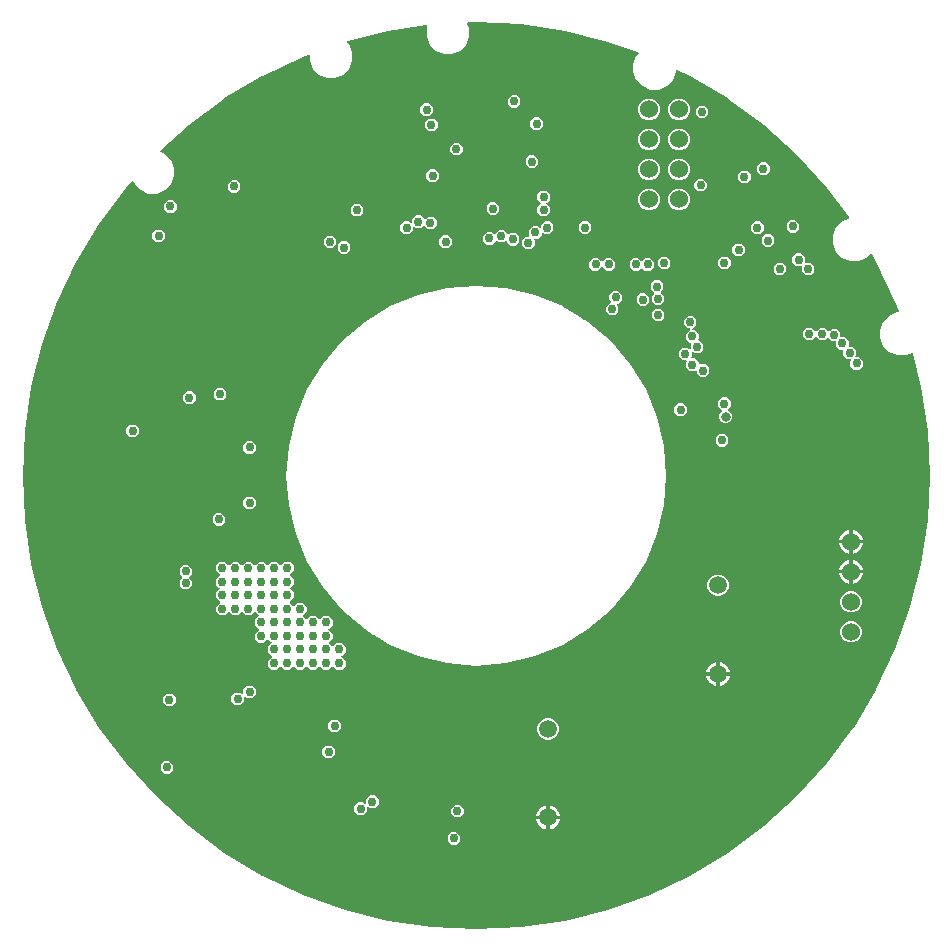
<source format=gbr>
G04 EAGLE Gerber X2 export*
%TF.Part,Single*%
%TF.FileFunction,Copper,L3,Inr,Mixed*%
%TF.FilePolarity,Positive*%
%TF.GenerationSoftware,Autodesk,EAGLE,8.6.0*%
%TF.CreationDate,2018-04-20T16:04:26Z*%
G75*
%MOMM*%
%FSLAX34Y34*%
%LPD*%
%AMOC8*
5,1,8,0,0,1.08239X$1,22.5*%
G01*
%ADD10C,1.508000*%
%ADD11C,1.524000*%
%ADD12C,0.756400*%
%ADD13C,0.806400*%

G36*
X574609Y139769D02*
X574609Y139769D01*
X574635Y139775D01*
X574683Y139777D01*
X611893Y145296D01*
X611918Y145304D01*
X611966Y145311D01*
X648456Y154451D01*
X648480Y154461D01*
X648527Y154473D01*
X683945Y167145D01*
X683968Y167158D01*
X684014Y167174D01*
X718019Y183257D01*
X718041Y183272D01*
X718085Y183293D01*
X750350Y202631D01*
X750371Y202649D01*
X750412Y202673D01*
X780627Y225081D01*
X780645Y225100D01*
X780684Y225129D01*
X808557Y250391D01*
X808573Y250411D01*
X808609Y250443D01*
X833871Y278316D01*
X833886Y278338D01*
X833919Y278373D01*
X856327Y308588D01*
X856339Y308611D01*
X856369Y308650D01*
X875707Y340915D01*
X875717Y340939D01*
X875743Y340981D01*
X891826Y374986D01*
X891833Y375011D01*
X891855Y375055D01*
X904527Y410473D01*
X904532Y410499D01*
X904549Y410544D01*
X913689Y447034D01*
X913691Y447060D01*
X913704Y447107D01*
X919223Y484317D01*
X919223Y484343D01*
X919231Y484391D01*
X921076Y521963D01*
X921073Y521989D01*
X921076Y522037D01*
X919231Y559609D01*
X919225Y559635D01*
X919223Y559683D01*
X913704Y596893D01*
X913696Y596918D01*
X913689Y596966D01*
X906576Y625364D01*
X906560Y625402D01*
X906559Y625403D01*
X906559Y625404D01*
X906546Y625434D01*
X906525Y625507D01*
X906497Y625546D01*
X906478Y625590D01*
X906428Y625647D01*
X906384Y625709D01*
X906346Y625738D01*
X906314Y625773D01*
X906248Y625810D01*
X906187Y625856D01*
X906141Y625871D01*
X906100Y625894D01*
X906025Y625908D01*
X905953Y625932D01*
X905905Y625931D01*
X905858Y625940D01*
X905783Y625930D01*
X905707Y625930D01*
X905645Y625912D01*
X905614Y625907D01*
X905591Y625896D01*
X905546Y625883D01*
X900612Y623839D01*
X893388Y623839D01*
X886713Y626604D01*
X881604Y631713D01*
X878839Y638388D01*
X878839Y645612D01*
X881604Y652287D01*
X886713Y657396D01*
X893388Y660161D01*
X893917Y660161D01*
X893944Y660165D01*
X893971Y660163D01*
X894065Y660185D01*
X894160Y660200D01*
X894184Y660213D01*
X894210Y660219D01*
X894292Y660271D01*
X894377Y660316D01*
X894396Y660335D01*
X894419Y660350D01*
X894480Y660424D01*
X894546Y660494D01*
X894558Y660519D01*
X894575Y660540D01*
X894609Y660630D01*
X894650Y660717D01*
X894653Y660744D01*
X894663Y660769D01*
X894666Y660866D01*
X894677Y660961D01*
X894671Y660988D01*
X894672Y661015D01*
X894634Y661178D01*
X891855Y668945D01*
X891842Y668968D01*
X891826Y669014D01*
X875743Y703019D01*
X875728Y703041D01*
X875707Y703085D01*
X871735Y709713D01*
X871662Y709800D01*
X871591Y709888D01*
X871583Y709893D01*
X871576Y709901D01*
X871480Y709959D01*
X871385Y710021D01*
X871374Y710023D01*
X871365Y710029D01*
X871255Y710053D01*
X871146Y710081D01*
X871136Y710080D01*
X871125Y710082D01*
X871013Y710070D01*
X870901Y710061D01*
X870891Y710057D01*
X870881Y710056D01*
X870778Y710009D01*
X870674Y709965D01*
X870665Y709957D01*
X870657Y709954D01*
X870639Y709936D01*
X870544Y709860D01*
X867287Y706604D01*
X860612Y703839D01*
X853388Y703839D01*
X846713Y706604D01*
X841604Y711713D01*
X838839Y718388D01*
X838839Y725612D01*
X841604Y732287D01*
X846713Y737396D01*
X852041Y739603D01*
X852137Y739662D01*
X852234Y739719D01*
X852241Y739727D01*
X852250Y739733D01*
X852322Y739819D01*
X852396Y739904D01*
X852400Y739914D01*
X852407Y739922D01*
X852447Y740027D01*
X852491Y740131D01*
X852491Y740142D01*
X852495Y740152D01*
X852500Y740264D01*
X852508Y740377D01*
X852505Y740387D01*
X852506Y740397D01*
X852474Y740506D01*
X852446Y740615D01*
X852439Y740626D01*
X852437Y740634D01*
X852423Y740654D01*
X852361Y740760D01*
X833919Y765627D01*
X833900Y765645D01*
X833871Y765684D01*
X808609Y793557D01*
X808589Y793573D01*
X808557Y793609D01*
X780684Y818871D01*
X780662Y818886D01*
X780627Y818919D01*
X750412Y841327D01*
X750389Y841339D01*
X750350Y841369D01*
X718085Y860707D01*
X718061Y860717D01*
X718019Y860743D01*
X707247Y865837D01*
X707185Y865855D01*
X707127Y865882D01*
X707068Y865889D01*
X707011Y865905D01*
X706947Y865902D01*
X706883Y865910D01*
X706825Y865897D01*
X706765Y865894D01*
X706705Y865871D01*
X706642Y865857D01*
X706591Y865827D01*
X706536Y865805D01*
X706486Y865764D01*
X706431Y865731D01*
X706393Y865686D01*
X706347Y865648D01*
X706313Y865593D01*
X706271Y865544D01*
X706249Y865489D01*
X706218Y865439D01*
X706203Y865376D01*
X706179Y865316D01*
X706170Y865231D01*
X706162Y865199D01*
X706164Y865180D01*
X706161Y865149D01*
X706161Y863388D01*
X703396Y856713D01*
X698287Y851604D01*
X691612Y848839D01*
X684388Y848839D01*
X677713Y851604D01*
X672604Y856713D01*
X669839Y863388D01*
X669839Y870612D01*
X672604Y877287D01*
X674424Y879107D01*
X674462Y879159D01*
X674507Y879205D01*
X674533Y879259D01*
X674567Y879307D01*
X674586Y879368D01*
X674615Y879426D01*
X674622Y879485D01*
X674640Y879542D01*
X674638Y879606D01*
X674647Y879670D01*
X674635Y879729D01*
X674633Y879788D01*
X674611Y879849D01*
X674599Y879912D01*
X674569Y879963D01*
X674549Y880019D01*
X674509Y880069D01*
X674477Y880125D01*
X674432Y880165D01*
X674395Y880211D01*
X674341Y880246D01*
X674293Y880289D01*
X674216Y880326D01*
X674188Y880344D01*
X674170Y880348D01*
X674142Y880362D01*
X648527Y889527D01*
X648501Y889532D01*
X648456Y889549D01*
X611966Y898689D01*
X611940Y898691D01*
X611893Y898704D01*
X574683Y904223D01*
X574657Y904223D01*
X574609Y904231D01*
X537037Y906076D01*
X537011Y906073D01*
X536963Y906076D01*
X530138Y905741D01*
X530111Y905735D01*
X530084Y905737D01*
X529991Y905710D01*
X529897Y905689D01*
X529874Y905676D01*
X529848Y905668D01*
X529769Y905613D01*
X529686Y905564D01*
X529668Y905543D01*
X529646Y905528D01*
X529588Y905450D01*
X529526Y905377D01*
X529515Y905352D01*
X529499Y905330D01*
X529469Y905239D01*
X529433Y905150D01*
X529431Y905122D01*
X529423Y905096D01*
X529424Y905000D01*
X529418Y904904D01*
X529425Y904878D01*
X529425Y904851D01*
X529472Y904689D01*
X531161Y900612D01*
X531161Y893388D01*
X528396Y886713D01*
X523287Y881604D01*
X516612Y878839D01*
X509388Y878839D01*
X502713Y881604D01*
X497604Y886713D01*
X494839Y893388D01*
X494839Y900612D01*
X495625Y902510D01*
X495649Y902609D01*
X495677Y902707D01*
X495677Y902729D01*
X495682Y902750D01*
X495672Y902851D01*
X495668Y902952D01*
X495661Y902973D01*
X495659Y902995D01*
X495617Y903087D01*
X495581Y903182D01*
X495567Y903199D01*
X495559Y903220D01*
X495490Y903294D01*
X495426Y903373D01*
X495407Y903384D01*
X495392Y903401D01*
X495303Y903450D01*
X495217Y903504D01*
X495196Y903509D01*
X495177Y903519D01*
X495077Y903537D01*
X494978Y903561D01*
X494951Y903560D01*
X494935Y903563D01*
X494902Y903558D01*
X494810Y903555D01*
X462107Y898704D01*
X462082Y898696D01*
X462034Y898689D01*
X428119Y890194D01*
X428026Y890154D01*
X427931Y890119D01*
X427914Y890105D01*
X427893Y890096D01*
X427818Y890029D01*
X427739Y889965D01*
X427727Y889947D01*
X427710Y889932D01*
X427661Y889844D01*
X427606Y889758D01*
X427600Y889737D01*
X427590Y889718D01*
X427570Y889618D01*
X427546Y889520D01*
X427547Y889498D01*
X427543Y889476D01*
X427557Y889376D01*
X427565Y889275D01*
X427573Y889254D01*
X427576Y889233D01*
X427621Y889142D01*
X427661Y889048D01*
X427678Y889027D01*
X427685Y889012D01*
X427708Y888989D01*
X427766Y888917D01*
X429396Y887287D01*
X432161Y880612D01*
X432161Y873388D01*
X429396Y866713D01*
X424287Y861604D01*
X417612Y858839D01*
X410388Y858839D01*
X403713Y861604D01*
X398604Y866713D01*
X395839Y873388D01*
X395839Y877843D01*
X395835Y877870D01*
X395837Y877897D01*
X395815Y877991D01*
X395800Y878086D01*
X395787Y878110D01*
X395781Y878137D01*
X395729Y878219D01*
X395684Y878304D01*
X395665Y878322D01*
X395650Y878345D01*
X395576Y878407D01*
X395506Y878473D01*
X395481Y878484D01*
X395460Y878502D01*
X395370Y878536D01*
X395283Y878577D01*
X395256Y878580D01*
X395231Y878589D01*
X395134Y878593D01*
X395039Y878604D01*
X395012Y878598D01*
X394985Y878599D01*
X394822Y878560D01*
X390055Y876855D01*
X390032Y876842D01*
X389986Y876826D01*
X355981Y860743D01*
X355959Y860728D01*
X355915Y860707D01*
X323650Y841369D01*
X323629Y841351D01*
X323588Y841327D01*
X293373Y818919D01*
X293355Y818900D01*
X293316Y818871D01*
X269390Y797186D01*
X269350Y797136D01*
X269302Y797092D01*
X269274Y797040D01*
X269237Y796994D01*
X269215Y796933D01*
X269184Y796877D01*
X269173Y796818D01*
X269153Y796763D01*
X269152Y796698D01*
X269140Y796635D01*
X269149Y796576D01*
X269147Y796517D01*
X269167Y796455D01*
X269176Y796391D01*
X269203Y796339D01*
X269220Y796282D01*
X269258Y796230D01*
X269287Y796172D01*
X269330Y796131D01*
X269364Y796083D01*
X269417Y796045D01*
X269463Y796000D01*
X269538Y795959D01*
X269565Y795940D01*
X269582Y795934D01*
X269610Y795919D01*
X273287Y794396D01*
X278396Y789287D01*
X281161Y782612D01*
X281161Y775388D01*
X278396Y768713D01*
X273287Y763604D01*
X266612Y760839D01*
X259388Y760839D01*
X252713Y763604D01*
X247604Y768713D01*
X246580Y771184D01*
X246546Y771239D01*
X246521Y771299D01*
X246482Y771343D01*
X246451Y771393D01*
X246401Y771435D01*
X246358Y771483D01*
X246307Y771512D01*
X246261Y771550D01*
X246201Y771573D01*
X246145Y771606D01*
X246087Y771617D01*
X246032Y771638D01*
X245967Y771641D01*
X245904Y771654D01*
X245845Y771646D01*
X245786Y771649D01*
X245724Y771631D01*
X245660Y771623D01*
X245606Y771597D01*
X245550Y771580D01*
X245497Y771544D01*
X245439Y771515D01*
X245375Y771459D01*
X245348Y771440D01*
X245336Y771425D01*
X245313Y771404D01*
X240129Y765684D01*
X240114Y765662D01*
X240081Y765627D01*
X217673Y735412D01*
X217666Y735399D01*
X217655Y735387D01*
X217648Y735372D01*
X217631Y735350D01*
X198293Y703085D01*
X198283Y703061D01*
X198257Y703019D01*
X182174Y669014D01*
X182167Y668989D01*
X182145Y668945D01*
X169473Y633527D01*
X169468Y633501D01*
X169451Y633456D01*
X160311Y596966D01*
X160309Y596940D01*
X160296Y596893D01*
X154777Y559683D01*
X154777Y559657D01*
X154769Y559609D01*
X152924Y522037D01*
X152927Y522011D01*
X152924Y521963D01*
X154769Y484391D01*
X154775Y484365D01*
X154777Y484317D01*
X160296Y447107D01*
X160304Y447082D01*
X160311Y447034D01*
X169451Y410544D01*
X169461Y410520D01*
X169473Y410473D01*
X182145Y375055D01*
X182158Y375032D01*
X182174Y374986D01*
X198257Y340981D01*
X198272Y340959D01*
X198293Y340915D01*
X217631Y308650D01*
X217649Y308630D01*
X217673Y308588D01*
X240081Y278373D01*
X240100Y278355D01*
X240129Y278316D01*
X265391Y250443D01*
X265411Y250427D01*
X265443Y250391D01*
X293316Y225129D01*
X293338Y225114D01*
X293373Y225081D01*
X323588Y202673D01*
X323611Y202661D01*
X323650Y202631D01*
X355915Y183293D01*
X355939Y183283D01*
X355981Y183257D01*
X389986Y167174D01*
X390011Y167167D01*
X390055Y167145D01*
X425473Y154473D01*
X425499Y154468D01*
X425544Y154451D01*
X462034Y145311D01*
X462060Y145309D01*
X462107Y145296D01*
X499317Y139777D01*
X499343Y139777D01*
X499391Y139769D01*
X536963Y137924D01*
X536989Y137927D01*
X537037Y137924D01*
X574609Y139769D01*
G37*
%LPC*%
G36*
X511827Y363061D02*
X511827Y363061D01*
X487273Y368956D01*
X463944Y378619D01*
X463112Y379129D01*
X461870Y379890D01*
X454416Y384457D01*
X453174Y385219D01*
X451932Y385980D01*
X450690Y386741D01*
X450689Y386741D01*
X449447Y387502D01*
X442413Y391813D01*
X423212Y408212D01*
X406813Y427413D01*
X393619Y448943D01*
X383956Y472273D01*
X378061Y496826D01*
X376080Y522000D01*
X378061Y547174D01*
X383956Y571727D01*
X393619Y595057D01*
X406813Y616587D01*
X423212Y635788D01*
X442413Y652187D01*
X463943Y665381D01*
X487273Y675044D01*
X511826Y680939D01*
X537000Y682920D01*
X562174Y680939D01*
X586727Y675044D01*
X610057Y665381D01*
X610975Y664818D01*
X612217Y664057D01*
X613459Y663296D01*
X613460Y663296D01*
X618428Y660251D01*
X618429Y660251D01*
X619671Y659489D01*
X620913Y658728D01*
X622155Y657967D01*
X627124Y654922D01*
X628366Y654161D01*
X628367Y654161D01*
X629609Y653399D01*
X631587Y652187D01*
X650788Y635788D01*
X667187Y616587D01*
X680381Y595057D01*
X690044Y571727D01*
X695939Y547174D01*
X697920Y522000D01*
X695939Y496826D01*
X690044Y472273D01*
X680381Y448943D01*
X667187Y427413D01*
X650788Y408212D01*
X631587Y391813D01*
X610057Y378619D01*
X586727Y368956D01*
X562173Y363061D01*
X537000Y361080D01*
X511827Y363061D01*
G37*
%LPD*%
%LPC*%
G36*
X363802Y357693D02*
X363802Y357693D01*
X360693Y360802D01*
X360693Y365198D01*
X363957Y368462D01*
X363968Y368478D01*
X363984Y368490D01*
X364040Y368578D01*
X364100Y368661D01*
X364106Y368680D01*
X364117Y368697D01*
X364142Y368798D01*
X364173Y368897D01*
X364172Y368916D01*
X364177Y368936D01*
X364169Y369039D01*
X364166Y369142D01*
X364160Y369161D01*
X364158Y369181D01*
X364118Y369276D01*
X364082Y369373D01*
X364069Y369389D01*
X364062Y369407D01*
X363957Y369538D01*
X360693Y372802D01*
X360693Y377198D01*
X363457Y379962D01*
X363468Y379978D01*
X363484Y379990D01*
X363540Y380078D01*
X363600Y380161D01*
X363606Y380180D01*
X363617Y380197D01*
X363642Y380298D01*
X363673Y380397D01*
X363672Y380416D01*
X363677Y380436D01*
X363669Y380539D01*
X363666Y380642D01*
X363660Y380661D01*
X363658Y380681D01*
X363618Y380776D01*
X363582Y380873D01*
X363569Y380889D01*
X363562Y380907D01*
X363457Y381038D01*
X361038Y383457D01*
X361022Y383468D01*
X361010Y383484D01*
X360923Y383540D01*
X360839Y383600D01*
X360819Y383606D01*
X360803Y383617D01*
X360702Y383642D01*
X360603Y383673D01*
X360584Y383672D01*
X360564Y383677D01*
X360461Y383669D01*
X360358Y383666D01*
X360339Y383660D01*
X360319Y383658D01*
X360224Y383617D01*
X360127Y383582D01*
X360111Y383569D01*
X360093Y383562D01*
X359962Y383457D01*
X357198Y380693D01*
X352802Y380693D01*
X349693Y383802D01*
X349693Y388198D01*
X352957Y391462D01*
X352968Y391478D01*
X352984Y391490D01*
X353040Y391578D01*
X353100Y391661D01*
X353106Y391680D01*
X353117Y391697D01*
X353142Y391798D01*
X353173Y391897D01*
X353172Y391916D01*
X353177Y391936D01*
X353169Y392039D01*
X353166Y392142D01*
X353160Y392161D01*
X353158Y392181D01*
X353118Y392276D01*
X353082Y392373D01*
X353069Y392389D01*
X353062Y392407D01*
X352957Y392538D01*
X349693Y395802D01*
X349693Y400198D01*
X352457Y402962D01*
X352468Y402978D01*
X352484Y402990D01*
X352540Y403078D01*
X352600Y403161D01*
X352606Y403180D01*
X352617Y403197D01*
X352642Y403298D01*
X352673Y403397D01*
X352672Y403416D01*
X352677Y403436D01*
X352669Y403539D01*
X352666Y403642D01*
X352660Y403661D01*
X352658Y403681D01*
X352618Y403776D01*
X352582Y403873D01*
X352569Y403889D01*
X352562Y403907D01*
X352457Y404038D01*
X350038Y406457D01*
X350022Y406468D01*
X350010Y406484D01*
X349923Y406540D01*
X349839Y406600D01*
X349819Y406606D01*
X349803Y406617D01*
X349702Y406642D01*
X349603Y406673D01*
X349584Y406672D01*
X349564Y406677D01*
X349461Y406669D01*
X349358Y406666D01*
X349339Y406660D01*
X349319Y406658D01*
X349224Y406617D01*
X349127Y406582D01*
X349111Y406569D01*
X349093Y406562D01*
X348962Y406457D01*
X346198Y403693D01*
X341802Y403693D01*
X339038Y406457D01*
X339022Y406468D01*
X339010Y406484D01*
X338922Y406540D01*
X338839Y406600D01*
X338820Y406606D01*
X338803Y406617D01*
X338702Y406642D01*
X338603Y406673D01*
X338584Y406672D01*
X338564Y406677D01*
X338461Y406669D01*
X338358Y406666D01*
X338339Y406660D01*
X338319Y406658D01*
X338224Y406618D01*
X338127Y406582D01*
X338111Y406569D01*
X338093Y406562D01*
X337962Y406457D01*
X335198Y403693D01*
X330802Y403693D01*
X328038Y406457D01*
X328022Y406468D01*
X328010Y406484D01*
X327922Y406540D01*
X327839Y406600D01*
X327820Y406606D01*
X327803Y406617D01*
X327702Y406642D01*
X327603Y406673D01*
X327584Y406672D01*
X327564Y406677D01*
X327461Y406669D01*
X327358Y406666D01*
X327339Y406660D01*
X327319Y406658D01*
X327224Y406618D01*
X327127Y406582D01*
X327111Y406569D01*
X327093Y406562D01*
X326962Y406457D01*
X324198Y403693D01*
X319802Y403693D01*
X316693Y406802D01*
X316693Y411198D01*
X319957Y414462D01*
X319968Y414478D01*
X319984Y414490D01*
X320040Y414578D01*
X320100Y414661D01*
X320106Y414680D01*
X320117Y414697D01*
X320142Y414798D01*
X320173Y414897D01*
X320172Y414916D01*
X320177Y414936D01*
X320169Y415039D01*
X320166Y415142D01*
X320160Y415161D01*
X320158Y415181D01*
X320118Y415276D01*
X320082Y415373D01*
X320069Y415389D01*
X320062Y415407D01*
X319989Y415499D01*
X319983Y415509D01*
X319976Y415514D01*
X319957Y415538D01*
X316693Y418802D01*
X316693Y423198D01*
X319457Y425962D01*
X319468Y425978D01*
X319484Y425990D01*
X319540Y426078D01*
X319600Y426161D01*
X319606Y426180D01*
X319617Y426197D01*
X319642Y426298D01*
X319673Y426397D01*
X319672Y426416D01*
X319677Y426436D01*
X319669Y426539D01*
X319666Y426642D01*
X319660Y426661D01*
X319658Y426681D01*
X319618Y426776D01*
X319582Y426873D01*
X319569Y426889D01*
X319562Y426907D01*
X319457Y427038D01*
X316693Y429802D01*
X316693Y434198D01*
X319957Y437462D01*
X319968Y437478D01*
X319984Y437490D01*
X320040Y437578D01*
X320100Y437661D01*
X320106Y437680D01*
X320117Y437697D01*
X320142Y437798D01*
X320173Y437897D01*
X320172Y437916D01*
X320177Y437936D01*
X320169Y438039D01*
X320166Y438142D01*
X320160Y438161D01*
X320158Y438181D01*
X320118Y438276D01*
X320082Y438373D01*
X320069Y438389D01*
X320062Y438407D01*
X319957Y438538D01*
X316693Y441802D01*
X316693Y446198D01*
X319802Y449307D01*
X324198Y449307D01*
X326962Y446543D01*
X326978Y446532D01*
X326990Y446516D01*
X327078Y446460D01*
X327161Y446400D01*
X327180Y446394D01*
X327197Y446383D01*
X327298Y446358D01*
X327397Y446327D01*
X327416Y446328D01*
X327436Y446323D01*
X327539Y446331D01*
X327642Y446334D01*
X327661Y446340D01*
X327681Y446342D01*
X327776Y446382D01*
X327873Y446418D01*
X327889Y446431D01*
X327907Y446438D01*
X328038Y446543D01*
X330802Y449307D01*
X335198Y449307D01*
X337962Y446543D01*
X337978Y446532D01*
X337990Y446516D01*
X338078Y446460D01*
X338161Y446400D01*
X338180Y446394D01*
X338197Y446383D01*
X338298Y446358D01*
X338397Y446327D01*
X338416Y446328D01*
X338436Y446323D01*
X338539Y446331D01*
X338642Y446334D01*
X338661Y446340D01*
X338681Y446342D01*
X338776Y446382D01*
X338873Y446418D01*
X338889Y446431D01*
X338907Y446438D01*
X339038Y446543D01*
X341802Y449307D01*
X346198Y449307D01*
X348962Y446543D01*
X348978Y446532D01*
X348990Y446516D01*
X349078Y446460D01*
X349161Y446400D01*
X349180Y446394D01*
X349197Y446383D01*
X349298Y446358D01*
X349397Y446327D01*
X349416Y446328D01*
X349436Y446323D01*
X349539Y446331D01*
X349642Y446334D01*
X349661Y446340D01*
X349681Y446342D01*
X349776Y446382D01*
X349873Y446418D01*
X349889Y446431D01*
X349907Y446438D01*
X350038Y446543D01*
X352802Y449307D01*
X357198Y449307D01*
X359962Y446543D01*
X359978Y446532D01*
X359990Y446516D01*
X360078Y446460D01*
X360161Y446400D01*
X360180Y446394D01*
X360197Y446383D01*
X360298Y446358D01*
X360397Y446327D01*
X360416Y446328D01*
X360436Y446323D01*
X360539Y446331D01*
X360642Y446334D01*
X360661Y446340D01*
X360681Y446342D01*
X360776Y446382D01*
X360873Y446418D01*
X360889Y446431D01*
X360907Y446438D01*
X361038Y446543D01*
X363802Y449307D01*
X368198Y449307D01*
X370962Y446543D01*
X370978Y446532D01*
X370990Y446516D01*
X371078Y446460D01*
X371161Y446400D01*
X371180Y446394D01*
X371197Y446383D01*
X371298Y446358D01*
X371397Y446327D01*
X371416Y446328D01*
X371436Y446323D01*
X371539Y446331D01*
X371642Y446334D01*
X371661Y446340D01*
X371681Y446342D01*
X371776Y446382D01*
X371873Y446418D01*
X371889Y446431D01*
X371907Y446438D01*
X372038Y446543D01*
X374802Y449307D01*
X379198Y449307D01*
X382307Y446198D01*
X382307Y441802D01*
X379043Y438538D01*
X379032Y438522D01*
X379016Y438510D01*
X378960Y438422D01*
X378900Y438339D01*
X378894Y438320D01*
X378883Y438303D01*
X378858Y438202D01*
X378827Y438103D01*
X378828Y438084D01*
X378823Y438064D01*
X378831Y437961D01*
X378834Y437858D01*
X378840Y437839D01*
X378842Y437819D01*
X378882Y437724D01*
X378918Y437627D01*
X378931Y437611D01*
X378938Y437593D01*
X379043Y437462D01*
X382307Y434198D01*
X382307Y429802D01*
X379543Y427038D01*
X379532Y427022D01*
X379516Y427010D01*
X379460Y426922D01*
X379400Y426839D01*
X379394Y426820D01*
X379383Y426803D01*
X379358Y426702D01*
X379327Y426603D01*
X379328Y426584D01*
X379323Y426564D01*
X379331Y426461D01*
X379334Y426358D01*
X379340Y426339D01*
X379342Y426319D01*
X379382Y426224D01*
X379418Y426127D01*
X379431Y426111D01*
X379438Y426093D01*
X379543Y425962D01*
X382307Y423198D01*
X382307Y418802D01*
X379043Y415538D01*
X379032Y415522D01*
X379016Y415510D01*
X378986Y415463D01*
X378970Y415446D01*
X378957Y415418D01*
X378900Y415339D01*
X378894Y415320D01*
X378883Y415303D01*
X378858Y415202D01*
X378827Y415103D01*
X378828Y415084D01*
X378823Y415064D01*
X378831Y414961D01*
X378834Y414858D01*
X378840Y414839D01*
X378842Y414819D01*
X378882Y414724D01*
X378918Y414627D01*
X378931Y414611D01*
X378938Y414593D01*
X379043Y414462D01*
X381962Y411543D01*
X381978Y411532D01*
X381990Y411516D01*
X382078Y411460D01*
X382161Y411400D01*
X382180Y411394D01*
X382197Y411383D01*
X382298Y411358D01*
X382397Y411327D01*
X382416Y411328D01*
X382436Y411323D01*
X382539Y411331D01*
X382642Y411334D01*
X382661Y411340D01*
X382681Y411342D01*
X382776Y411382D01*
X382873Y411418D01*
X382889Y411431D01*
X382907Y411438D01*
X383038Y411543D01*
X385802Y414307D01*
X390198Y414307D01*
X393307Y411198D01*
X393307Y406802D01*
X390543Y404038D01*
X390532Y404022D01*
X390516Y404010D01*
X390460Y403922D01*
X390400Y403839D01*
X390394Y403820D01*
X390383Y403803D01*
X390358Y403702D01*
X390327Y403603D01*
X390328Y403584D01*
X390323Y403564D01*
X390331Y403461D01*
X390334Y403358D01*
X390340Y403339D01*
X390342Y403319D01*
X390382Y403224D01*
X390418Y403127D01*
X390431Y403111D01*
X390438Y403093D01*
X390543Y402962D01*
X392962Y400543D01*
X392978Y400532D01*
X392990Y400516D01*
X393078Y400460D01*
X393161Y400400D01*
X393180Y400394D01*
X393197Y400383D01*
X393298Y400358D01*
X393397Y400327D01*
X393416Y400328D01*
X393436Y400323D01*
X393539Y400331D01*
X393642Y400334D01*
X393661Y400340D01*
X393681Y400342D01*
X393776Y400382D01*
X393873Y400418D01*
X393889Y400431D01*
X393907Y400438D01*
X394038Y400543D01*
X396802Y403307D01*
X401198Y403307D01*
X403962Y400543D01*
X403978Y400532D01*
X403990Y400516D01*
X404078Y400460D01*
X404161Y400400D01*
X404180Y400394D01*
X404197Y400383D01*
X404298Y400358D01*
X404397Y400327D01*
X404416Y400328D01*
X404436Y400323D01*
X404539Y400331D01*
X404642Y400334D01*
X404661Y400340D01*
X404681Y400342D01*
X404776Y400382D01*
X404873Y400418D01*
X404889Y400431D01*
X404907Y400438D01*
X405038Y400543D01*
X407802Y403307D01*
X412198Y403307D01*
X415307Y400198D01*
X415307Y395802D01*
X412043Y392538D01*
X412032Y392522D01*
X412016Y392510D01*
X411960Y392422D01*
X411900Y392339D01*
X411894Y392320D01*
X411883Y392303D01*
X411858Y392202D01*
X411827Y392103D01*
X411828Y392084D01*
X411823Y392064D01*
X411831Y391961D01*
X411834Y391858D01*
X411840Y391839D01*
X411842Y391819D01*
X411882Y391724D01*
X411918Y391627D01*
X411931Y391611D01*
X411938Y391593D01*
X412043Y391462D01*
X415307Y388198D01*
X415307Y383802D01*
X412543Y381038D01*
X412532Y381022D01*
X412516Y381010D01*
X412460Y380922D01*
X412400Y380839D01*
X412394Y380820D01*
X412383Y380803D01*
X412358Y380702D01*
X412327Y380603D01*
X412328Y380584D01*
X412323Y380564D01*
X412331Y380461D01*
X412334Y380358D01*
X412340Y380339D01*
X412342Y380319D01*
X412382Y380224D01*
X412418Y380127D01*
X412431Y380111D01*
X412438Y380093D01*
X412543Y379962D01*
X414962Y377543D01*
X414978Y377532D01*
X414990Y377516D01*
X415078Y377460D01*
X415161Y377400D01*
X415180Y377394D01*
X415197Y377383D01*
X415298Y377358D01*
X415397Y377327D01*
X415416Y377328D01*
X415436Y377323D01*
X415539Y377331D01*
X415642Y377334D01*
X415661Y377340D01*
X415681Y377342D01*
X415776Y377382D01*
X415873Y377418D01*
X415889Y377431D01*
X415907Y377438D01*
X416038Y377543D01*
X418802Y380307D01*
X423198Y380307D01*
X426307Y377198D01*
X426307Y372802D01*
X423043Y369538D01*
X423032Y369522D01*
X423016Y369510D01*
X422960Y369422D01*
X422900Y369339D01*
X422894Y369320D01*
X422883Y369303D01*
X422858Y369202D01*
X422827Y369103D01*
X422828Y369084D01*
X422823Y369064D01*
X422831Y368961D01*
X422834Y368858D01*
X422840Y368839D01*
X422842Y368819D01*
X422882Y368724D01*
X422918Y368627D01*
X422931Y368611D01*
X422938Y368593D01*
X423043Y368462D01*
X426307Y365198D01*
X426307Y360802D01*
X423198Y357693D01*
X418802Y357693D01*
X416038Y360457D01*
X416022Y360468D01*
X416010Y360484D01*
X415922Y360540D01*
X415839Y360600D01*
X415820Y360606D01*
X415803Y360617D01*
X415702Y360642D01*
X415603Y360673D01*
X415584Y360672D01*
X415564Y360677D01*
X415461Y360669D01*
X415358Y360666D01*
X415339Y360660D01*
X415319Y360658D01*
X415224Y360618D01*
X415127Y360582D01*
X415111Y360569D01*
X415093Y360562D01*
X414962Y360457D01*
X412198Y357693D01*
X407802Y357693D01*
X405038Y360457D01*
X405022Y360468D01*
X405010Y360484D01*
X404922Y360540D01*
X404839Y360600D01*
X404820Y360606D01*
X404803Y360617D01*
X404702Y360642D01*
X404603Y360673D01*
X404584Y360672D01*
X404564Y360677D01*
X404461Y360669D01*
X404358Y360666D01*
X404339Y360660D01*
X404319Y360658D01*
X404224Y360618D01*
X404127Y360582D01*
X404111Y360569D01*
X404093Y360562D01*
X403962Y360457D01*
X401198Y357693D01*
X396802Y357693D01*
X394038Y360457D01*
X394022Y360468D01*
X394010Y360484D01*
X393922Y360540D01*
X393839Y360600D01*
X393820Y360606D01*
X393803Y360617D01*
X393702Y360642D01*
X393603Y360673D01*
X393584Y360672D01*
X393564Y360677D01*
X393461Y360669D01*
X393358Y360666D01*
X393339Y360660D01*
X393319Y360658D01*
X393224Y360618D01*
X393127Y360582D01*
X393111Y360569D01*
X393093Y360562D01*
X392962Y360457D01*
X390198Y357693D01*
X385802Y357693D01*
X383038Y360457D01*
X383022Y360468D01*
X383010Y360484D01*
X382922Y360540D01*
X382839Y360600D01*
X382820Y360606D01*
X382803Y360617D01*
X382702Y360642D01*
X382603Y360673D01*
X382584Y360672D01*
X382564Y360677D01*
X382461Y360669D01*
X382358Y360666D01*
X382339Y360660D01*
X382319Y360658D01*
X382224Y360618D01*
X382127Y360582D01*
X382111Y360569D01*
X382093Y360562D01*
X381962Y360457D01*
X379198Y357693D01*
X374802Y357693D01*
X372038Y360457D01*
X372022Y360468D01*
X372010Y360484D01*
X371922Y360540D01*
X371839Y360600D01*
X371820Y360606D01*
X371803Y360617D01*
X371702Y360642D01*
X371603Y360673D01*
X371584Y360672D01*
X371564Y360677D01*
X371461Y360669D01*
X371358Y360666D01*
X371339Y360660D01*
X371319Y360658D01*
X371224Y360618D01*
X371127Y360582D01*
X371111Y360569D01*
X371093Y360562D01*
X370962Y360457D01*
X368198Y357693D01*
X363802Y357693D01*
G37*
%LPD*%
%LPC*%
G36*
X726802Y605693D02*
X726802Y605693D01*
X723693Y608802D01*
X723693Y610351D01*
X723682Y610421D01*
X723680Y610493D01*
X723662Y610542D01*
X723654Y610593D01*
X723620Y610657D01*
X723595Y610724D01*
X723563Y610765D01*
X723538Y610811D01*
X723487Y610860D01*
X723442Y610916D01*
X723398Y610944D01*
X723360Y610980D01*
X723295Y611010D01*
X723235Y611049D01*
X723184Y611062D01*
X723137Y611084D01*
X723066Y611092D01*
X722996Y611109D01*
X722944Y611105D01*
X722893Y611111D01*
X722822Y611096D01*
X722751Y611090D01*
X722703Y611070D01*
X722652Y611059D01*
X722591Y611022D01*
X722525Y610994D01*
X722469Y610949D01*
X722441Y610932D01*
X722426Y610915D01*
X722394Y610889D01*
X722198Y610693D01*
X717802Y610693D01*
X714693Y613802D01*
X714693Y618198D01*
X714889Y618394D01*
X714931Y618452D01*
X714980Y618504D01*
X715002Y618551D01*
X715032Y618593D01*
X715054Y618662D01*
X715084Y618727D01*
X715089Y618779D01*
X715105Y618829D01*
X715103Y618900D01*
X715111Y618971D01*
X715100Y619022D01*
X715098Y619074D01*
X715074Y619142D01*
X715059Y619212D01*
X715032Y619257D01*
X715014Y619305D01*
X714969Y619361D01*
X714932Y619423D01*
X714893Y619457D01*
X714860Y619497D01*
X714800Y619536D01*
X714745Y619583D01*
X714697Y619602D01*
X714653Y619630D01*
X714584Y619648D01*
X714517Y619675D01*
X714446Y619683D01*
X714415Y619691D01*
X714392Y619689D01*
X714351Y619693D01*
X711802Y619693D01*
X708693Y622802D01*
X708693Y627198D01*
X711802Y630307D01*
X716198Y630307D01*
X717394Y629111D01*
X717452Y629069D01*
X717504Y629020D01*
X717551Y628998D01*
X717593Y628968D01*
X717662Y628946D01*
X717727Y628916D01*
X717779Y628911D01*
X717829Y628895D01*
X717900Y628897D01*
X717971Y628889D01*
X718022Y628900D01*
X718074Y628902D01*
X718142Y628926D01*
X718212Y628941D01*
X718257Y628968D01*
X718305Y628986D01*
X718361Y629031D01*
X718423Y629068D01*
X718457Y629107D01*
X718497Y629140D01*
X718536Y629200D01*
X718583Y629255D01*
X718602Y629303D01*
X718630Y629347D01*
X718648Y629416D01*
X718675Y629483D01*
X718683Y629554D01*
X718691Y629585D01*
X718689Y629608D01*
X718693Y629649D01*
X718693Y633198D01*
X718889Y633394D01*
X718931Y633452D01*
X718980Y633504D01*
X719002Y633551D01*
X719032Y633593D01*
X719054Y633662D01*
X719084Y633727D01*
X719089Y633779D01*
X719105Y633829D01*
X719103Y633900D01*
X719111Y633971D01*
X719100Y634022D01*
X719098Y634074D01*
X719074Y634142D01*
X719059Y634212D01*
X719032Y634257D01*
X719014Y634305D01*
X718969Y634361D01*
X718932Y634423D01*
X718893Y634457D01*
X718860Y634497D01*
X718800Y634536D01*
X718745Y634583D01*
X718697Y634602D01*
X718653Y634630D01*
X718584Y634648D01*
X718517Y634675D01*
X718446Y634683D01*
X718415Y634691D01*
X718392Y634689D01*
X718351Y634693D01*
X717802Y634693D01*
X714693Y637802D01*
X714693Y642198D01*
X717889Y645394D01*
X717931Y645452D01*
X717980Y645504D01*
X718002Y645551D01*
X718032Y645593D01*
X718054Y645662D01*
X718084Y645727D01*
X718089Y645779D01*
X718105Y645829D01*
X718103Y645900D01*
X718111Y645971D01*
X718100Y646022D01*
X718098Y646074D01*
X718074Y646142D01*
X718059Y646212D01*
X718032Y646257D01*
X718014Y646305D01*
X717969Y646361D01*
X717932Y646423D01*
X717893Y646457D01*
X717860Y646497D01*
X717800Y646536D01*
X717745Y646583D01*
X717697Y646602D01*
X717653Y646630D01*
X717584Y646648D01*
X717517Y646675D01*
X717446Y646683D01*
X717415Y646691D01*
X717392Y646689D01*
X717351Y646693D01*
X715802Y646693D01*
X712693Y649802D01*
X712693Y654198D01*
X715802Y657307D01*
X720198Y657307D01*
X723307Y654198D01*
X723307Y649802D01*
X720111Y646606D01*
X720069Y646548D01*
X720020Y646496D01*
X719998Y646449D01*
X719968Y646407D01*
X719946Y646338D01*
X719916Y646273D01*
X719911Y646221D01*
X719895Y646171D01*
X719897Y646100D01*
X719889Y646029D01*
X719900Y645978D01*
X719902Y645926D01*
X719926Y645858D01*
X719941Y645788D01*
X719968Y645743D01*
X719986Y645695D01*
X720031Y645639D01*
X720068Y645577D01*
X720107Y645543D01*
X720140Y645503D01*
X720200Y645464D01*
X720255Y645417D01*
X720303Y645398D01*
X720347Y645370D01*
X720416Y645352D01*
X720483Y645325D01*
X720554Y645317D01*
X720585Y645309D01*
X720608Y645311D01*
X720649Y645307D01*
X722198Y645307D01*
X725307Y642198D01*
X725307Y637802D01*
X725111Y637606D01*
X725069Y637548D01*
X725020Y637496D01*
X724998Y637449D01*
X724968Y637407D01*
X724946Y637338D01*
X724916Y637273D01*
X724911Y637221D01*
X724895Y637171D01*
X724897Y637100D01*
X724889Y637029D01*
X724900Y636978D01*
X724902Y636926D01*
X724926Y636858D01*
X724941Y636788D01*
X724968Y636743D01*
X724986Y636695D01*
X725031Y636639D01*
X725068Y636577D01*
X725107Y636543D01*
X725140Y636503D01*
X725200Y636464D01*
X725255Y636417D01*
X725303Y636398D01*
X725347Y636370D01*
X725416Y636352D01*
X725483Y636325D01*
X725554Y636317D01*
X725585Y636309D01*
X725608Y636311D01*
X725649Y636307D01*
X726198Y636307D01*
X729307Y633198D01*
X729307Y628802D01*
X726198Y625693D01*
X721802Y625693D01*
X720606Y626889D01*
X720548Y626931D01*
X720496Y626980D01*
X720449Y627002D01*
X720407Y627032D01*
X720338Y627054D01*
X720273Y627084D01*
X720221Y627089D01*
X720171Y627105D01*
X720100Y627103D01*
X720029Y627111D01*
X719978Y627100D01*
X719926Y627098D01*
X719858Y627074D01*
X719788Y627059D01*
X719743Y627032D01*
X719695Y627014D01*
X719639Y626969D01*
X719577Y626932D01*
X719543Y626893D01*
X719503Y626860D01*
X719464Y626800D01*
X719417Y626745D01*
X719398Y626697D01*
X719370Y626653D01*
X719352Y626584D01*
X719325Y626517D01*
X719317Y626446D01*
X719309Y626415D01*
X719311Y626392D01*
X719307Y626351D01*
X719307Y622802D01*
X719111Y622606D01*
X719069Y622548D01*
X719020Y622496D01*
X718998Y622449D01*
X718968Y622407D01*
X718946Y622338D01*
X718916Y622273D01*
X718911Y622221D01*
X718895Y622171D01*
X718897Y622100D01*
X718889Y622029D01*
X718900Y621978D01*
X718902Y621926D01*
X718926Y621858D01*
X718941Y621788D01*
X718968Y621743D01*
X718986Y621695D01*
X719031Y621639D01*
X719068Y621577D01*
X719107Y621543D01*
X719140Y621503D01*
X719200Y621464D01*
X719255Y621417D01*
X719303Y621398D01*
X719347Y621370D01*
X719416Y621352D01*
X719483Y621325D01*
X719554Y621317D01*
X719585Y621309D01*
X719608Y621311D01*
X719649Y621307D01*
X722198Y621307D01*
X725307Y618198D01*
X725307Y616649D01*
X725318Y616579D01*
X725320Y616507D01*
X725338Y616458D01*
X725346Y616407D01*
X725380Y616343D01*
X725405Y616276D01*
X725437Y616235D01*
X725462Y616189D01*
X725513Y616140D01*
X725558Y616084D01*
X725602Y616056D01*
X725640Y616020D01*
X725705Y615990D01*
X725765Y615951D01*
X725816Y615938D01*
X725863Y615916D01*
X725934Y615908D01*
X726004Y615891D01*
X726056Y615895D01*
X726107Y615889D01*
X726178Y615904D01*
X726249Y615910D01*
X726297Y615930D01*
X726348Y615941D01*
X726409Y615978D01*
X726475Y616006D01*
X726531Y616051D01*
X726559Y616068D01*
X726574Y616085D01*
X726606Y616111D01*
X726802Y616307D01*
X731198Y616307D01*
X734307Y613198D01*
X734307Y608802D01*
X731198Y605693D01*
X726802Y605693D01*
G37*
%LPD*%
%LPC*%
G36*
X856802Y611693D02*
X856802Y611693D01*
X853693Y614802D01*
X853693Y619198D01*
X853889Y619394D01*
X853931Y619452D01*
X853980Y619504D01*
X854002Y619551D01*
X854032Y619593D01*
X854054Y619662D01*
X854084Y619727D01*
X854089Y619779D01*
X854105Y619829D01*
X854103Y619900D01*
X854111Y619971D01*
X854100Y620022D01*
X854098Y620074D01*
X854074Y620142D01*
X854059Y620212D01*
X854032Y620257D01*
X854014Y620305D01*
X853969Y620361D01*
X853932Y620423D01*
X853893Y620457D01*
X853860Y620497D01*
X853800Y620536D01*
X853745Y620583D01*
X853697Y620602D01*
X853653Y620630D01*
X853584Y620648D01*
X853517Y620675D01*
X853446Y620683D01*
X853415Y620691D01*
X853392Y620689D01*
X853351Y620693D01*
X850802Y620693D01*
X847693Y623802D01*
X847693Y627932D01*
X847690Y627952D01*
X847692Y627971D01*
X847670Y628073D01*
X847654Y628175D01*
X847644Y628192D01*
X847640Y628212D01*
X847587Y628301D01*
X847538Y628392D01*
X847524Y628406D01*
X847514Y628423D01*
X847435Y628490D01*
X847360Y628562D01*
X847342Y628570D01*
X847327Y628583D01*
X847231Y628622D01*
X847137Y628665D01*
X847117Y628667D01*
X847099Y628675D01*
X846932Y628693D01*
X844802Y628693D01*
X841693Y631802D01*
X841693Y634932D01*
X841690Y634952D01*
X841692Y634971D01*
X841670Y635073D01*
X841654Y635175D01*
X841644Y635192D01*
X841640Y635212D01*
X841587Y635301D01*
X841538Y635392D01*
X841524Y635406D01*
X841514Y635423D01*
X841435Y635490D01*
X841360Y635562D01*
X841342Y635570D01*
X841327Y635583D01*
X841231Y635622D01*
X841137Y635665D01*
X841117Y635667D01*
X841099Y635675D01*
X840932Y635693D01*
X837802Y635693D01*
X835038Y638457D01*
X835022Y638468D01*
X835010Y638484D01*
X834922Y638540D01*
X834839Y638600D01*
X834820Y638606D01*
X834803Y638617D01*
X834702Y638642D01*
X834603Y638673D01*
X834584Y638672D01*
X834564Y638677D01*
X834461Y638669D01*
X834358Y638666D01*
X834339Y638660D01*
X834319Y638658D01*
X834224Y638618D01*
X834127Y638582D01*
X834111Y638569D01*
X834093Y638562D01*
X833962Y638457D01*
X832198Y636693D01*
X827802Y636693D01*
X825038Y639457D01*
X825022Y639468D01*
X825010Y639484D01*
X824922Y639540D01*
X824839Y639600D01*
X824820Y639606D01*
X824803Y639617D01*
X824702Y639642D01*
X824603Y639673D01*
X824584Y639672D01*
X824564Y639677D01*
X824461Y639669D01*
X824358Y639666D01*
X824339Y639660D01*
X824319Y639658D01*
X824224Y639618D01*
X824127Y639582D01*
X824111Y639569D01*
X824093Y639562D01*
X823962Y639457D01*
X821198Y636693D01*
X816802Y636693D01*
X813693Y639802D01*
X813693Y644198D01*
X816802Y647307D01*
X821198Y647307D01*
X823962Y644543D01*
X823978Y644532D01*
X823990Y644516D01*
X824078Y644460D01*
X824161Y644400D01*
X824180Y644394D01*
X824197Y644383D01*
X824298Y644358D01*
X824397Y644327D01*
X824416Y644328D01*
X824436Y644323D01*
X824539Y644331D01*
X824642Y644334D01*
X824661Y644340D01*
X824681Y644342D01*
X824776Y644382D01*
X824873Y644418D01*
X824889Y644431D01*
X824907Y644438D01*
X825038Y644543D01*
X827802Y647307D01*
X832198Y647307D01*
X834962Y644543D01*
X834978Y644532D01*
X834990Y644516D01*
X835078Y644460D01*
X835161Y644400D01*
X835180Y644394D01*
X835197Y644383D01*
X835298Y644358D01*
X835397Y644327D01*
X835416Y644328D01*
X835436Y644323D01*
X835539Y644331D01*
X835642Y644334D01*
X835661Y644340D01*
X835681Y644342D01*
X835776Y644382D01*
X835873Y644418D01*
X835889Y644431D01*
X835907Y644438D01*
X836038Y644543D01*
X837802Y646307D01*
X842198Y646307D01*
X845307Y643198D01*
X845307Y640068D01*
X845310Y640048D01*
X845308Y640029D01*
X845330Y639927D01*
X845346Y639825D01*
X845356Y639808D01*
X845360Y639788D01*
X845413Y639699D01*
X845462Y639608D01*
X845476Y639594D01*
X845486Y639577D01*
X845565Y639510D01*
X845640Y639438D01*
X845658Y639430D01*
X845673Y639417D01*
X845769Y639378D01*
X845863Y639335D01*
X845883Y639333D01*
X845901Y639325D01*
X846068Y639307D01*
X849198Y639307D01*
X852307Y636198D01*
X852307Y632068D01*
X852310Y632048D01*
X852308Y632029D01*
X852330Y631927D01*
X852346Y631825D01*
X852356Y631808D01*
X852360Y631788D01*
X852413Y631699D01*
X852462Y631608D01*
X852476Y631594D01*
X852486Y631577D01*
X852565Y631510D01*
X852640Y631438D01*
X852658Y631430D01*
X852673Y631417D01*
X852769Y631378D01*
X852863Y631335D01*
X852883Y631333D01*
X852901Y631325D01*
X853068Y631307D01*
X855198Y631307D01*
X858307Y628198D01*
X858307Y623802D01*
X858111Y623606D01*
X858069Y623548D01*
X858020Y623496D01*
X857998Y623449D01*
X857968Y623407D01*
X857946Y623338D01*
X857916Y623273D01*
X857911Y623221D01*
X857895Y623171D01*
X857897Y623100D01*
X857889Y623029D01*
X857900Y622978D01*
X857902Y622926D01*
X857926Y622858D01*
X857941Y622788D01*
X857968Y622743D01*
X857986Y622695D01*
X858031Y622639D01*
X858068Y622577D01*
X858107Y622543D01*
X858140Y622503D01*
X858200Y622464D01*
X858255Y622417D01*
X858303Y622398D01*
X858347Y622370D01*
X858416Y622352D01*
X858483Y622325D01*
X858554Y622317D01*
X858585Y622309D01*
X858608Y622311D01*
X858649Y622307D01*
X861198Y622307D01*
X864307Y619198D01*
X864307Y614802D01*
X861198Y611693D01*
X856802Y611693D01*
G37*
%LPD*%
%LPC*%
G36*
X578802Y713693D02*
X578802Y713693D01*
X575693Y716802D01*
X575693Y721198D01*
X578802Y724307D01*
X581351Y724307D01*
X581421Y724318D01*
X581493Y724320D01*
X581542Y724338D01*
X581593Y724346D01*
X581657Y724380D01*
X581724Y724405D01*
X581765Y724437D01*
X581811Y724462D01*
X581860Y724513D01*
X581916Y724558D01*
X581944Y724602D01*
X581980Y724640D01*
X582010Y724705D01*
X582049Y724765D01*
X582062Y724816D01*
X582084Y724863D01*
X582092Y724934D01*
X582109Y725004D01*
X582105Y725056D01*
X582111Y725107D01*
X582096Y725178D01*
X582090Y725249D01*
X582070Y725297D01*
X582059Y725348D01*
X582022Y725409D01*
X581994Y725475D01*
X581949Y725531D01*
X581932Y725559D01*
X581915Y725574D01*
X581889Y725606D01*
X581693Y725802D01*
X581693Y730198D01*
X584802Y733307D01*
X589198Y733307D01*
X590394Y732111D01*
X590452Y732069D01*
X590504Y732020D01*
X590551Y731998D01*
X590593Y731968D01*
X590662Y731946D01*
X590727Y731916D01*
X590779Y731911D01*
X590829Y731895D01*
X590900Y731897D01*
X590971Y731889D01*
X591022Y731900D01*
X591074Y731902D01*
X591142Y731926D01*
X591212Y731941D01*
X591257Y731968D01*
X591305Y731986D01*
X591361Y732031D01*
X591423Y732068D01*
X591457Y732107D01*
X591497Y732140D01*
X591536Y732200D01*
X591583Y732255D01*
X591602Y732303D01*
X591630Y732347D01*
X591648Y732416D01*
X591675Y732483D01*
X591683Y732554D01*
X591691Y732585D01*
X591689Y732608D01*
X591693Y732649D01*
X591693Y734198D01*
X594802Y737307D01*
X599198Y737307D01*
X602307Y734198D01*
X602307Y729802D01*
X599198Y726693D01*
X594802Y726693D01*
X593606Y727889D01*
X593548Y727931D01*
X593496Y727980D01*
X593449Y728002D01*
X593407Y728032D01*
X593338Y728054D01*
X593273Y728084D01*
X593221Y728089D01*
X593171Y728105D01*
X593100Y728103D01*
X593029Y728111D01*
X592978Y728100D01*
X592926Y728098D01*
X592858Y728074D01*
X592788Y728059D01*
X592743Y728032D01*
X592695Y728014D01*
X592639Y727969D01*
X592577Y727932D01*
X592543Y727893D01*
X592503Y727860D01*
X592464Y727800D01*
X592417Y727745D01*
X592398Y727697D01*
X592370Y727653D01*
X592352Y727584D01*
X592325Y727517D01*
X592317Y727446D01*
X592309Y727415D01*
X592311Y727392D01*
X592307Y727351D01*
X592307Y725802D01*
X589198Y722693D01*
X586649Y722693D01*
X586579Y722682D01*
X586507Y722680D01*
X586458Y722662D01*
X586407Y722654D01*
X586343Y722620D01*
X586276Y722595D01*
X586235Y722563D01*
X586189Y722538D01*
X586140Y722487D01*
X586084Y722442D01*
X586056Y722398D01*
X586020Y722360D01*
X585990Y722295D01*
X585951Y722235D01*
X585938Y722184D01*
X585916Y722137D01*
X585908Y722066D01*
X585891Y721996D01*
X585895Y721944D01*
X585889Y721893D01*
X585904Y721822D01*
X585910Y721751D01*
X585930Y721703D01*
X585941Y721652D01*
X585978Y721591D01*
X586006Y721525D01*
X586051Y721469D01*
X586068Y721441D01*
X586085Y721426D01*
X586111Y721394D01*
X586307Y721198D01*
X586307Y716802D01*
X583198Y713693D01*
X578802Y713693D01*
G37*
%LPD*%
%LPC*%
G36*
X565802Y716693D02*
X565802Y716693D01*
X562693Y719802D01*
X562693Y720351D01*
X562682Y720421D01*
X562680Y720493D01*
X562662Y720542D01*
X562654Y720593D01*
X562620Y720657D01*
X562595Y720724D01*
X562563Y720765D01*
X562538Y720811D01*
X562486Y720860D01*
X562442Y720916D01*
X562398Y720944D01*
X562360Y720980D01*
X562295Y721010D01*
X562235Y721049D01*
X562184Y721062D01*
X562137Y721084D01*
X562066Y721092D01*
X561996Y721109D01*
X561944Y721105D01*
X561893Y721111D01*
X561822Y721096D01*
X561751Y721090D01*
X561703Y721070D01*
X561652Y721059D01*
X561591Y721022D01*
X561525Y720994D01*
X561469Y720949D01*
X561441Y720932D01*
X561426Y720915D01*
X561394Y720889D01*
X560198Y719693D01*
X555802Y719693D01*
X554538Y720957D01*
X554522Y720968D01*
X554510Y720984D01*
X554422Y721040D01*
X554339Y721100D01*
X554320Y721106D01*
X554303Y721117D01*
X554202Y721142D01*
X554103Y721173D01*
X554084Y721172D01*
X554064Y721177D01*
X553961Y721169D01*
X553858Y721166D01*
X553839Y721160D01*
X553819Y721158D01*
X553724Y721118D01*
X553627Y721082D01*
X553611Y721069D01*
X553593Y721062D01*
X553462Y720957D01*
X550198Y717693D01*
X545802Y717693D01*
X542693Y720802D01*
X542693Y725198D01*
X545802Y728307D01*
X550198Y728307D01*
X551462Y727043D01*
X551478Y727032D01*
X551490Y727016D01*
X551578Y726960D01*
X551661Y726900D01*
X551680Y726894D01*
X551697Y726883D01*
X551798Y726858D01*
X551897Y726827D01*
X551916Y726828D01*
X551936Y726823D01*
X552039Y726831D01*
X552142Y726834D01*
X552161Y726840D01*
X552181Y726842D01*
X552276Y726882D01*
X552373Y726918D01*
X552389Y726931D01*
X552407Y726938D01*
X552538Y727043D01*
X555802Y730307D01*
X560198Y730307D01*
X563307Y727198D01*
X563307Y726649D01*
X563318Y726579D01*
X563320Y726507D01*
X563338Y726458D01*
X563346Y726407D01*
X563380Y726343D01*
X563405Y726276D01*
X563437Y726235D01*
X563462Y726189D01*
X563514Y726140D01*
X563558Y726084D01*
X563602Y726056D01*
X563640Y726020D01*
X563705Y725990D01*
X563765Y725951D01*
X563816Y725938D01*
X563863Y725916D01*
X563934Y725908D01*
X564004Y725891D01*
X564056Y725895D01*
X564107Y725889D01*
X564178Y725904D01*
X564249Y725910D01*
X564297Y725930D01*
X564348Y725941D01*
X564409Y725978D01*
X564475Y726006D01*
X564531Y726051D01*
X564559Y726068D01*
X564574Y726085D01*
X564606Y726111D01*
X565802Y727307D01*
X570198Y727307D01*
X573307Y724198D01*
X573307Y719802D01*
X570198Y716693D01*
X565802Y716693D01*
G37*
%LPD*%
%LPC*%
G36*
X475802Y726693D02*
X475802Y726693D01*
X472693Y729802D01*
X472693Y734198D01*
X475802Y737307D01*
X480198Y737307D01*
X481394Y736111D01*
X481452Y736069D01*
X481504Y736020D01*
X481551Y735998D01*
X481593Y735968D01*
X481662Y735946D01*
X481727Y735916D01*
X481779Y735911D01*
X481829Y735895D01*
X481900Y735897D01*
X481971Y735889D01*
X482022Y735900D01*
X482074Y735902D01*
X482142Y735926D01*
X482212Y735941D01*
X482257Y735968D01*
X482305Y735986D01*
X482361Y736031D01*
X482423Y736068D01*
X482457Y736107D01*
X482497Y736140D01*
X482536Y736200D01*
X482583Y736255D01*
X482602Y736303D01*
X482630Y736347D01*
X482648Y736416D01*
X482675Y736483D01*
X482683Y736554D01*
X482691Y736585D01*
X482689Y736608D01*
X482693Y736649D01*
X482693Y739198D01*
X485802Y742307D01*
X490198Y742307D01*
X492962Y739543D01*
X492978Y739532D01*
X492990Y739516D01*
X493078Y739460D01*
X493161Y739400D01*
X493180Y739394D01*
X493197Y739383D01*
X493298Y739358D01*
X493397Y739327D01*
X493416Y739328D01*
X493436Y739323D01*
X493539Y739331D01*
X493642Y739334D01*
X493661Y739340D01*
X493681Y739342D01*
X493776Y739382D01*
X493873Y739418D01*
X493889Y739431D01*
X493907Y739438D01*
X494038Y739543D01*
X495802Y741307D01*
X500198Y741307D01*
X503307Y738198D01*
X503307Y733802D01*
X500198Y730693D01*
X495802Y730693D01*
X493038Y733457D01*
X493022Y733468D01*
X493010Y733484D01*
X492922Y733540D01*
X492839Y733600D01*
X492820Y733606D01*
X492803Y733617D01*
X492702Y733642D01*
X492603Y733673D01*
X492584Y733672D01*
X492564Y733677D01*
X492461Y733669D01*
X492358Y733666D01*
X492339Y733660D01*
X492319Y733658D01*
X492224Y733618D01*
X492127Y733582D01*
X492111Y733569D01*
X492093Y733562D01*
X491962Y733457D01*
X490198Y731693D01*
X485802Y731693D01*
X484606Y732889D01*
X484548Y732931D01*
X484496Y732980D01*
X484449Y733002D01*
X484407Y733032D01*
X484338Y733054D01*
X484273Y733084D01*
X484221Y733089D01*
X484171Y733105D01*
X484100Y733103D01*
X484029Y733111D01*
X483978Y733100D01*
X483926Y733098D01*
X483858Y733074D01*
X483788Y733059D01*
X483743Y733032D01*
X483695Y733014D01*
X483639Y732969D01*
X483577Y732932D01*
X483543Y732893D01*
X483503Y732860D01*
X483464Y732800D01*
X483417Y732745D01*
X483398Y732697D01*
X483370Y732653D01*
X483352Y732584D01*
X483325Y732517D01*
X483317Y732446D01*
X483309Y732415D01*
X483311Y732392D01*
X483307Y732351D01*
X483307Y729802D01*
X480198Y726693D01*
X475802Y726693D01*
G37*
%LPD*%
%LPC*%
G36*
X706881Y797555D02*
X706881Y797555D01*
X703520Y798947D01*
X700947Y801520D01*
X699555Y804881D01*
X699555Y808519D01*
X700947Y811880D01*
X703520Y814453D01*
X706881Y815845D01*
X710519Y815845D01*
X713880Y814453D01*
X716453Y811880D01*
X717845Y808519D01*
X717845Y804881D01*
X716453Y801520D01*
X713880Y798947D01*
X710519Y797555D01*
X706881Y797555D01*
G37*
%LPD*%
%LPC*%
G36*
X681481Y797555D02*
X681481Y797555D01*
X678120Y798947D01*
X675547Y801520D01*
X674155Y804881D01*
X674155Y808519D01*
X675547Y811880D01*
X678120Y814453D01*
X681481Y815845D01*
X685119Y815845D01*
X688480Y814453D01*
X691053Y811880D01*
X692445Y808519D01*
X692445Y804881D01*
X691053Y801520D01*
X688480Y798947D01*
X685119Y797555D01*
X681481Y797555D01*
G37*
%LPD*%
%LPC*%
G36*
X681481Y746755D02*
X681481Y746755D01*
X678120Y748147D01*
X675547Y750720D01*
X674155Y754081D01*
X674155Y757719D01*
X675547Y761080D01*
X678120Y763653D01*
X681481Y765045D01*
X685119Y765045D01*
X688480Y763653D01*
X691053Y761080D01*
X692445Y757719D01*
X692445Y754081D01*
X691053Y750720D01*
X688480Y748147D01*
X685119Y746755D01*
X681481Y746755D01*
G37*
%LPD*%
%LPC*%
G36*
X852451Y406175D02*
X852451Y406175D01*
X849090Y407567D01*
X846517Y410140D01*
X845125Y413501D01*
X845125Y417139D01*
X846517Y420500D01*
X849090Y423073D01*
X852451Y424465D01*
X856089Y424465D01*
X859450Y423073D01*
X862023Y420500D01*
X863415Y417139D01*
X863415Y413501D01*
X862023Y410140D01*
X859450Y407567D01*
X856089Y406175D01*
X852451Y406175D01*
G37*
%LPD*%
%LPC*%
G36*
X706881Y772155D02*
X706881Y772155D01*
X703520Y773547D01*
X700947Y776120D01*
X699555Y779481D01*
X699555Y783119D01*
X700947Y786480D01*
X703520Y789053D01*
X706881Y790445D01*
X710519Y790445D01*
X713880Y789053D01*
X716453Y786480D01*
X717845Y783119D01*
X717845Y779481D01*
X716453Y776120D01*
X713880Y773547D01*
X710519Y772155D01*
X706881Y772155D01*
G37*
%LPD*%
%LPC*%
G36*
X681481Y772155D02*
X681481Y772155D01*
X678120Y773547D01*
X675547Y776120D01*
X674155Y779481D01*
X674155Y783119D01*
X675547Y786480D01*
X678120Y789053D01*
X681481Y790445D01*
X685119Y790445D01*
X688480Y789053D01*
X691053Y786480D01*
X692445Y783119D01*
X692445Y779481D01*
X691053Y776120D01*
X688480Y773547D01*
X685119Y772155D01*
X681481Y772155D01*
G37*
%LPD*%
%LPC*%
G36*
X706881Y746755D02*
X706881Y746755D01*
X703520Y748147D01*
X700947Y750720D01*
X699555Y754081D01*
X699555Y757719D01*
X700947Y761080D01*
X703520Y763653D01*
X706881Y765045D01*
X710519Y765045D01*
X713880Y763653D01*
X716453Y761080D01*
X717845Y757719D01*
X717845Y754081D01*
X716453Y750720D01*
X713880Y748147D01*
X710519Y746755D01*
X706881Y746755D01*
G37*
%LPD*%
%LPC*%
G36*
X852451Y380775D02*
X852451Y380775D01*
X849090Y382167D01*
X846517Y384740D01*
X845125Y388101D01*
X845125Y391739D01*
X846517Y395100D01*
X849090Y397673D01*
X852451Y399065D01*
X856089Y399065D01*
X859450Y397673D01*
X862023Y395100D01*
X863415Y391739D01*
X863415Y388101D01*
X862023Y384740D01*
X859450Y382167D01*
X856089Y380775D01*
X852451Y380775D01*
G37*
%LPD*%
%LPC*%
G36*
X681481Y822955D02*
X681481Y822955D01*
X678120Y824347D01*
X675547Y826920D01*
X674155Y830281D01*
X674155Y833919D01*
X675547Y837280D01*
X678120Y839853D01*
X681481Y841245D01*
X685119Y841245D01*
X688480Y839853D01*
X691053Y837280D01*
X692445Y833919D01*
X692445Y830281D01*
X691053Y826920D01*
X688480Y824347D01*
X685119Y822955D01*
X681481Y822955D01*
G37*
%LPD*%
%LPC*%
G36*
X706881Y822955D02*
X706881Y822955D01*
X703520Y824347D01*
X700947Y826920D01*
X699555Y830281D01*
X699555Y833919D01*
X700947Y837280D01*
X703520Y839853D01*
X706881Y841245D01*
X710519Y841245D01*
X713880Y839853D01*
X716453Y837280D01*
X717845Y833919D01*
X717845Y830281D01*
X716453Y826920D01*
X713880Y824347D01*
X710519Y822955D01*
X706881Y822955D01*
G37*
%LPD*%
%LPC*%
G36*
X739897Y420035D02*
X739897Y420035D01*
X736565Y421415D01*
X734015Y423965D01*
X732635Y427297D01*
X732635Y430903D01*
X734015Y434235D01*
X736565Y436785D01*
X739897Y438165D01*
X743503Y438165D01*
X746835Y436785D01*
X749385Y434235D01*
X750765Y430903D01*
X750765Y427297D01*
X749385Y423965D01*
X746835Y421415D01*
X743503Y420035D01*
X739897Y420035D01*
G37*
%LPD*%
%LPC*%
G36*
X595897Y298535D02*
X595897Y298535D01*
X592565Y299915D01*
X590015Y302465D01*
X588635Y305797D01*
X588635Y309403D01*
X590015Y312735D01*
X592565Y315285D01*
X595897Y316665D01*
X599503Y316665D01*
X602835Y315285D01*
X605385Y312735D01*
X606765Y309403D01*
X606765Y305797D01*
X605385Y302465D01*
X602835Y299915D01*
X599503Y298535D01*
X595897Y298535D01*
G37*
%LPD*%
%LPC*%
G36*
X746895Y566443D02*
X746895Y566443D01*
X744852Y567289D01*
X743289Y568852D01*
X742443Y570895D01*
X742443Y573105D01*
X743289Y575148D01*
X744780Y576639D01*
X744792Y576655D01*
X744807Y576667D01*
X744837Y576713D01*
X744858Y576736D01*
X744874Y576769D01*
X744924Y576838D01*
X744929Y576857D01*
X744940Y576874D01*
X744961Y576957D01*
X744962Y576959D01*
X744962Y576962D01*
X744966Y576975D01*
X744996Y577073D01*
X744995Y577093D01*
X745000Y577113D01*
X744992Y577216D01*
X744990Y577319D01*
X744983Y577338D01*
X744981Y577358D01*
X744941Y577453D01*
X744905Y577550D01*
X744893Y577566D01*
X744885Y577584D01*
X744780Y577715D01*
X741693Y580802D01*
X741693Y585198D01*
X744802Y588307D01*
X749198Y588307D01*
X752307Y585198D01*
X752307Y580802D01*
X749880Y578375D01*
X749853Y578338D01*
X749819Y578307D01*
X749782Y578239D01*
X749736Y578175D01*
X749723Y578132D01*
X749701Y578091D01*
X749687Y578015D01*
X749664Y577940D01*
X749665Y577894D01*
X749657Y577849D01*
X749668Y577772D01*
X749670Y577694D01*
X749686Y577651D01*
X749693Y577606D01*
X749728Y577537D01*
X749755Y577463D01*
X749784Y577428D01*
X749804Y577387D01*
X749860Y577332D01*
X749909Y577271D01*
X749947Y577247D01*
X749980Y577214D01*
X750100Y577148D01*
X750116Y577138D01*
X750120Y577137D01*
X750127Y577134D01*
X751148Y576711D01*
X752711Y575148D01*
X753557Y573105D01*
X753557Y570895D01*
X752711Y568852D01*
X751148Y567289D01*
X749105Y566443D01*
X746895Y566443D01*
G37*
%LPD*%
%LPC*%
G36*
X815802Y691693D02*
X815802Y691693D01*
X812693Y694802D01*
X812693Y698932D01*
X812690Y698952D01*
X812692Y698971D01*
X812670Y699073D01*
X812654Y699175D01*
X812644Y699192D01*
X812640Y699212D01*
X812587Y699301D01*
X812538Y699392D01*
X812524Y699406D01*
X812514Y699423D01*
X812435Y699490D01*
X812360Y699562D01*
X812342Y699570D01*
X812327Y699583D01*
X812231Y699622D01*
X812137Y699665D01*
X812117Y699667D01*
X812099Y699675D01*
X811932Y699693D01*
X807802Y699693D01*
X804693Y702802D01*
X804693Y707198D01*
X807802Y710307D01*
X812198Y710307D01*
X815307Y707198D01*
X815307Y703068D01*
X815310Y703048D01*
X815308Y703029D01*
X815330Y702927D01*
X815346Y702825D01*
X815356Y702808D01*
X815360Y702788D01*
X815413Y702699D01*
X815462Y702608D01*
X815476Y702594D01*
X815486Y702577D01*
X815565Y702510D01*
X815640Y702438D01*
X815658Y702430D01*
X815673Y702417D01*
X815769Y702378D01*
X815863Y702335D01*
X815883Y702333D01*
X815901Y702325D01*
X816068Y702307D01*
X820198Y702307D01*
X823307Y699198D01*
X823307Y694802D01*
X820198Y691693D01*
X815802Y691693D01*
G37*
%LPD*%
%LPC*%
G36*
X332802Y327693D02*
X332802Y327693D01*
X329693Y330802D01*
X329693Y335198D01*
X332802Y338307D01*
X337198Y338307D01*
X338394Y337111D01*
X338452Y337069D01*
X338504Y337020D01*
X338551Y336998D01*
X338593Y336968D01*
X338662Y336946D01*
X338727Y336916D01*
X338779Y336911D01*
X338829Y336895D01*
X338900Y336897D01*
X338971Y336889D01*
X339022Y336900D01*
X339074Y336902D01*
X339142Y336926D01*
X339212Y336941D01*
X339257Y336968D01*
X339305Y336986D01*
X339361Y337031D01*
X339423Y337068D01*
X339457Y337107D01*
X339497Y337140D01*
X339536Y337200D01*
X339583Y337255D01*
X339602Y337303D01*
X339630Y337347D01*
X339648Y337416D01*
X339675Y337483D01*
X339683Y337554D01*
X339691Y337585D01*
X339689Y337608D01*
X339693Y337649D01*
X339693Y341198D01*
X342802Y344307D01*
X347198Y344307D01*
X350307Y341198D01*
X350307Y336802D01*
X347198Y333693D01*
X342802Y333693D01*
X341606Y334889D01*
X341548Y334931D01*
X341496Y334980D01*
X341449Y335002D01*
X341407Y335032D01*
X341338Y335054D01*
X341273Y335084D01*
X341221Y335089D01*
X341171Y335105D01*
X341100Y335103D01*
X341029Y335111D01*
X340978Y335100D01*
X340926Y335098D01*
X340858Y335074D01*
X340788Y335059D01*
X340743Y335032D01*
X340695Y335014D01*
X340639Y334969D01*
X340577Y334932D01*
X340543Y334893D01*
X340503Y334860D01*
X340464Y334800D01*
X340417Y334745D01*
X340398Y334697D01*
X340370Y334653D01*
X340352Y334584D01*
X340325Y334517D01*
X340317Y334446D01*
X340309Y334415D01*
X340311Y334392D01*
X340307Y334351D01*
X340307Y330802D01*
X337198Y327693D01*
X332802Y327693D01*
G37*
%LPD*%
%LPC*%
G36*
X436802Y234693D02*
X436802Y234693D01*
X433693Y237802D01*
X433693Y242198D01*
X436802Y245307D01*
X441198Y245307D01*
X442394Y244111D01*
X442452Y244069D01*
X442504Y244020D01*
X442551Y243998D01*
X442593Y243968D01*
X442662Y243946D01*
X442727Y243916D01*
X442779Y243911D01*
X442829Y243895D01*
X442900Y243897D01*
X442971Y243889D01*
X443022Y243900D01*
X443074Y243902D01*
X443142Y243926D01*
X443212Y243941D01*
X443257Y243968D01*
X443305Y243986D01*
X443361Y244031D01*
X443423Y244068D01*
X443457Y244107D01*
X443497Y244140D01*
X443536Y244200D01*
X443583Y244255D01*
X443602Y244303D01*
X443630Y244347D01*
X443648Y244416D01*
X443675Y244483D01*
X443683Y244554D01*
X443691Y244585D01*
X443689Y244608D01*
X443693Y244649D01*
X443693Y248198D01*
X446802Y251307D01*
X451198Y251307D01*
X454307Y248198D01*
X454307Y243802D01*
X451198Y240693D01*
X446802Y240693D01*
X445606Y241889D01*
X445548Y241931D01*
X445496Y241980D01*
X445449Y242002D01*
X445407Y242032D01*
X445338Y242054D01*
X445273Y242084D01*
X445221Y242089D01*
X445171Y242105D01*
X445100Y242103D01*
X445029Y242111D01*
X444978Y242100D01*
X444926Y242098D01*
X444858Y242074D01*
X444788Y242059D01*
X444743Y242032D01*
X444695Y242014D01*
X444639Y241969D01*
X444577Y241932D01*
X444543Y241893D01*
X444503Y241860D01*
X444464Y241800D01*
X444417Y241745D01*
X444398Y241697D01*
X444370Y241653D01*
X444352Y241584D01*
X444325Y241517D01*
X444317Y241446D01*
X444309Y241415D01*
X444311Y241392D01*
X444307Y241351D01*
X444307Y237802D01*
X441198Y234693D01*
X436802Y234693D01*
G37*
%LPD*%
%LPC*%
G36*
X635802Y695693D02*
X635802Y695693D01*
X632693Y698802D01*
X632693Y703198D01*
X635802Y706307D01*
X640198Y706307D01*
X642962Y703543D01*
X642978Y703532D01*
X642990Y703516D01*
X643078Y703460D01*
X643161Y703400D01*
X643180Y703394D01*
X643197Y703383D01*
X643298Y703358D01*
X643397Y703327D01*
X643416Y703328D01*
X643436Y703323D01*
X643539Y703331D01*
X643642Y703334D01*
X643661Y703340D01*
X643681Y703342D01*
X643776Y703382D01*
X643873Y703418D01*
X643889Y703431D01*
X643907Y703438D01*
X644038Y703543D01*
X646802Y706307D01*
X651198Y706307D01*
X654307Y703198D01*
X654307Y698802D01*
X651198Y695693D01*
X646802Y695693D01*
X644038Y698457D01*
X644022Y698468D01*
X644010Y698484D01*
X643922Y698540D01*
X643839Y698600D01*
X643820Y698606D01*
X643803Y698617D01*
X643702Y698642D01*
X643603Y698673D01*
X643584Y698672D01*
X643564Y698677D01*
X643461Y698669D01*
X643358Y698666D01*
X643339Y698660D01*
X643319Y698658D01*
X643224Y698618D01*
X643127Y698582D01*
X643111Y698569D01*
X643093Y698562D01*
X642962Y698457D01*
X640198Y695693D01*
X635802Y695693D01*
G37*
%LPD*%
%LPC*%
G36*
X591802Y741693D02*
X591802Y741693D01*
X588693Y744802D01*
X588693Y749198D01*
X591457Y751962D01*
X591468Y751978D01*
X591484Y751990D01*
X591540Y752078D01*
X591600Y752161D01*
X591606Y752180D01*
X591617Y752197D01*
X591642Y752298D01*
X591673Y752397D01*
X591672Y752416D01*
X591677Y752436D01*
X591669Y752539D01*
X591666Y752642D01*
X591660Y752661D01*
X591658Y752681D01*
X591618Y752776D01*
X591582Y752873D01*
X591569Y752889D01*
X591562Y752907D01*
X591457Y753038D01*
X588693Y755802D01*
X588693Y760198D01*
X591802Y763307D01*
X596198Y763307D01*
X599307Y760198D01*
X599307Y755802D01*
X596543Y753038D01*
X596532Y753022D01*
X596516Y753010D01*
X596460Y752922D01*
X596400Y752839D01*
X596394Y752820D01*
X596383Y752803D01*
X596358Y752702D01*
X596327Y752603D01*
X596328Y752584D01*
X596323Y752564D01*
X596331Y752461D01*
X596334Y752358D01*
X596340Y752339D01*
X596342Y752319D01*
X596382Y752224D01*
X596418Y752127D01*
X596431Y752111D01*
X596438Y752093D01*
X596543Y751962D01*
X599307Y749198D01*
X599307Y744802D01*
X596198Y741693D01*
X591802Y741693D01*
G37*
%LPD*%
%LPC*%
G36*
X649802Y657693D02*
X649802Y657693D01*
X646693Y660802D01*
X646693Y665198D01*
X649802Y668307D01*
X650351Y668307D01*
X650421Y668318D01*
X650493Y668320D01*
X650542Y668338D01*
X650593Y668346D01*
X650657Y668380D01*
X650724Y668405D01*
X650765Y668437D01*
X650811Y668462D01*
X650860Y668514D01*
X650916Y668558D01*
X650944Y668602D01*
X650980Y668640D01*
X651010Y668705D01*
X651049Y668765D01*
X651062Y668816D01*
X651084Y668863D01*
X651092Y668934D01*
X651109Y669004D01*
X651105Y669056D01*
X651111Y669107D01*
X651096Y669178D01*
X651090Y669249D01*
X651070Y669297D01*
X651059Y669348D01*
X651022Y669409D01*
X650994Y669475D01*
X650949Y669531D01*
X650932Y669559D01*
X650915Y669574D01*
X650889Y669606D01*
X649693Y670802D01*
X649693Y675198D01*
X652802Y678307D01*
X657198Y678307D01*
X660307Y675198D01*
X660307Y670802D01*
X657198Y667693D01*
X656649Y667693D01*
X656579Y667682D01*
X656507Y667680D01*
X656458Y667662D01*
X656407Y667654D01*
X656343Y667620D01*
X656276Y667595D01*
X656235Y667563D01*
X656189Y667538D01*
X656140Y667486D01*
X656084Y667442D01*
X656056Y667398D01*
X656020Y667360D01*
X655990Y667295D01*
X655951Y667235D01*
X655938Y667184D01*
X655916Y667137D01*
X655908Y667066D01*
X655891Y666996D01*
X655895Y666944D01*
X655889Y666893D01*
X655904Y666822D01*
X655910Y666751D01*
X655930Y666703D01*
X655941Y666652D01*
X655978Y666591D01*
X656006Y666525D01*
X656051Y666469D01*
X656068Y666441D01*
X656085Y666426D01*
X656111Y666394D01*
X657307Y665198D01*
X657307Y660802D01*
X654198Y657693D01*
X649802Y657693D01*
G37*
%LPD*%
%LPC*%
G36*
X688802Y666693D02*
X688802Y666693D01*
X685693Y669802D01*
X685693Y674198D01*
X687457Y675962D01*
X687468Y675978D01*
X687484Y675990D01*
X687540Y676078D01*
X687600Y676161D01*
X687606Y676180D01*
X687617Y676197D01*
X687642Y676298D01*
X687673Y676397D01*
X687672Y676416D01*
X687677Y676436D01*
X687669Y676539D01*
X687666Y676642D01*
X687660Y676661D01*
X687658Y676681D01*
X687618Y676776D01*
X687582Y676873D01*
X687569Y676889D01*
X687562Y676907D01*
X687457Y677038D01*
X684693Y679802D01*
X684693Y684198D01*
X687802Y687307D01*
X692198Y687307D01*
X695307Y684198D01*
X695307Y679802D01*
X693543Y678038D01*
X693532Y678022D01*
X693516Y678010D01*
X693460Y677922D01*
X693400Y677839D01*
X693394Y677820D01*
X693383Y677803D01*
X693358Y677702D01*
X693327Y677603D01*
X693328Y677584D01*
X693323Y677564D01*
X693331Y677461D01*
X693334Y677358D01*
X693340Y677339D01*
X693342Y677319D01*
X693382Y677224D01*
X693418Y677127D01*
X693431Y677111D01*
X693438Y677093D01*
X693543Y676962D01*
X696307Y674198D01*
X696307Y669802D01*
X693198Y666693D01*
X688802Y666693D01*
G37*
%LPD*%
%LPC*%
G36*
X669802Y695693D02*
X669802Y695693D01*
X666693Y698802D01*
X666693Y703198D01*
X669802Y706307D01*
X674198Y706307D01*
X676462Y704043D01*
X676478Y704032D01*
X676490Y704016D01*
X676578Y703960D01*
X676661Y703900D01*
X676680Y703894D01*
X676697Y703883D01*
X676798Y703858D01*
X676897Y703827D01*
X676916Y703828D01*
X676936Y703823D01*
X677039Y703831D01*
X677142Y703834D01*
X677161Y703840D01*
X677181Y703842D01*
X677276Y703882D01*
X677373Y703918D01*
X677389Y703931D01*
X677407Y703938D01*
X677538Y704043D01*
X679802Y706307D01*
X684198Y706307D01*
X687307Y703198D01*
X687307Y698802D01*
X684198Y695693D01*
X679802Y695693D01*
X677538Y697957D01*
X677522Y697968D01*
X677510Y697984D01*
X677422Y698040D01*
X677339Y698100D01*
X677320Y698106D01*
X677303Y698117D01*
X677202Y698142D01*
X677103Y698173D01*
X677084Y698172D01*
X677064Y698177D01*
X676961Y698169D01*
X676858Y698166D01*
X676839Y698160D01*
X676819Y698158D01*
X676724Y698118D01*
X676627Y698082D01*
X676611Y698069D01*
X676593Y698062D01*
X676462Y697957D01*
X674198Y695693D01*
X669802Y695693D01*
G37*
%LPD*%
%LPC*%
G36*
X288802Y425693D02*
X288802Y425693D01*
X285693Y428802D01*
X285693Y433198D01*
X287957Y435462D01*
X287968Y435478D01*
X287984Y435490D01*
X288040Y435578D01*
X288100Y435661D01*
X288106Y435680D01*
X288117Y435697D01*
X288142Y435798D01*
X288173Y435897D01*
X288172Y435916D01*
X288177Y435936D01*
X288169Y436039D01*
X288166Y436142D01*
X288160Y436161D01*
X288158Y436181D01*
X288118Y436276D01*
X288082Y436373D01*
X288069Y436389D01*
X288062Y436407D01*
X287957Y436538D01*
X285693Y438802D01*
X285693Y443198D01*
X288802Y446307D01*
X293198Y446307D01*
X296307Y443198D01*
X296307Y438802D01*
X294043Y436538D01*
X294032Y436522D01*
X294016Y436510D01*
X293960Y436422D01*
X293900Y436339D01*
X293894Y436320D01*
X293883Y436303D01*
X293858Y436202D01*
X293827Y436103D01*
X293828Y436084D01*
X293823Y436064D01*
X293831Y435961D01*
X293834Y435858D01*
X293840Y435839D01*
X293842Y435819D01*
X293882Y435724D01*
X293918Y435627D01*
X293931Y435611D01*
X293938Y435593D01*
X294043Y435462D01*
X296307Y433198D01*
X296307Y428802D01*
X293198Y425693D01*
X288802Y425693D01*
G37*
%LPD*%
%LPC*%
G36*
X265802Y719693D02*
X265802Y719693D01*
X262693Y722802D01*
X262693Y727198D01*
X265802Y730307D01*
X270198Y730307D01*
X273307Y727198D01*
X273307Y722802D01*
X270198Y719693D01*
X265802Y719693D01*
G37*
%LPD*%
%LPC*%
G36*
X626802Y726693D02*
X626802Y726693D01*
X623693Y729802D01*
X623693Y734198D01*
X626802Y737307D01*
X631198Y737307D01*
X634307Y734198D01*
X634307Y729802D01*
X631198Y726693D01*
X626802Y726693D01*
G37*
%LPD*%
%LPC*%
G36*
X781802Y715693D02*
X781802Y715693D01*
X778693Y718802D01*
X778693Y723198D01*
X781802Y726307D01*
X786198Y726307D01*
X789307Y723198D01*
X789307Y718802D01*
X786198Y715693D01*
X781802Y715693D01*
G37*
%LPD*%
%LPC*%
G36*
X508894Y714813D02*
X508894Y714813D01*
X505785Y717922D01*
X505785Y722318D01*
X508894Y725427D01*
X513290Y725427D01*
X516399Y722318D01*
X516399Y717922D01*
X513290Y714813D01*
X508894Y714813D01*
G37*
%LPD*%
%LPC*%
G36*
X518802Y232693D02*
X518802Y232693D01*
X515693Y235802D01*
X515693Y240198D01*
X518802Y243307D01*
X523198Y243307D01*
X526307Y240198D01*
X526307Y235802D01*
X523198Y232693D01*
X518802Y232693D01*
G37*
%LPD*%
%LPC*%
G36*
X566802Y833693D02*
X566802Y833693D01*
X563693Y836802D01*
X563693Y841198D01*
X566802Y844307D01*
X571198Y844307D01*
X574307Y841198D01*
X574307Y836802D01*
X571198Y833693D01*
X566802Y833693D01*
G37*
%LPD*%
%LPC*%
G36*
X756802Y707693D02*
X756802Y707693D01*
X753693Y710802D01*
X753693Y715198D01*
X756802Y718307D01*
X761198Y718307D01*
X764307Y715198D01*
X764307Y710802D01*
X761198Y707693D01*
X756802Y707693D01*
G37*
%LPD*%
%LPC*%
G36*
X772802Y726693D02*
X772802Y726693D01*
X769693Y729802D01*
X769693Y734198D01*
X772802Y737307D01*
X777198Y737307D01*
X780307Y734198D01*
X780307Y729802D01*
X777198Y726693D01*
X772802Y726693D01*
G37*
%LPD*%
%LPC*%
G36*
X744802Y696693D02*
X744802Y696693D01*
X741693Y699802D01*
X741693Y704198D01*
X744802Y707307D01*
X749198Y707307D01*
X752307Y704198D01*
X752307Y699802D01*
X749198Y696693D01*
X744802Y696693D01*
G37*
%LPD*%
%LPC*%
G36*
X693802Y696693D02*
X693802Y696693D01*
X690693Y699802D01*
X690693Y704198D01*
X693802Y707307D01*
X698198Y707307D01*
X701307Y704198D01*
X701307Y699802D01*
X698198Y696693D01*
X693802Y696693D01*
G37*
%LPD*%
%LPC*%
G36*
X802802Y727693D02*
X802802Y727693D01*
X799693Y730802D01*
X799693Y735198D01*
X802802Y738307D01*
X807198Y738307D01*
X810307Y735198D01*
X810307Y730802D01*
X807198Y727693D01*
X802802Y727693D01*
G37*
%LPD*%
%LPC*%
G36*
X433802Y741693D02*
X433802Y741693D01*
X430693Y744802D01*
X430693Y749198D01*
X433802Y752307D01*
X438198Y752307D01*
X441307Y749198D01*
X441307Y744802D01*
X438198Y741693D01*
X433802Y741693D01*
G37*
%LPD*%
%LPC*%
G36*
X791802Y691693D02*
X791802Y691693D01*
X788693Y694802D01*
X788693Y699198D01*
X791802Y702307D01*
X796198Y702307D01*
X799307Y699198D01*
X799307Y694802D01*
X796198Y691693D01*
X791802Y691693D01*
G37*
%LPD*%
%LPC*%
G36*
X548802Y742693D02*
X548802Y742693D01*
X545693Y745802D01*
X545693Y750198D01*
X548802Y753307D01*
X553198Y753307D01*
X556307Y750198D01*
X556307Y745802D01*
X553198Y742693D01*
X548802Y742693D01*
G37*
%LPD*%
%LPC*%
G36*
X275802Y744693D02*
X275802Y744693D01*
X272693Y747802D01*
X272693Y752198D01*
X275802Y755307D01*
X280198Y755307D01*
X283307Y752198D01*
X283307Y747802D01*
X280198Y744693D01*
X275802Y744693D01*
G37*
%LPD*%
%LPC*%
G36*
X329802Y761693D02*
X329802Y761693D01*
X326693Y764802D01*
X326693Y769198D01*
X329802Y772307D01*
X334198Y772307D01*
X337307Y769198D01*
X337307Y764802D01*
X334198Y761693D01*
X329802Y761693D01*
G37*
%LPD*%
%LPC*%
G36*
X675802Y665693D02*
X675802Y665693D01*
X672693Y668802D01*
X672693Y673198D01*
X675802Y676307D01*
X680198Y676307D01*
X683307Y673198D01*
X683307Y668802D01*
X680198Y665693D01*
X675802Y665693D01*
G37*
%LPD*%
%LPC*%
G36*
X688802Y652693D02*
X688802Y652693D01*
X685693Y655802D01*
X685693Y660198D01*
X688802Y663307D01*
X693198Y663307D01*
X696307Y660198D01*
X696307Y655802D01*
X693198Y652693D01*
X688802Y652693D01*
G37*
%LPD*%
%LPC*%
G36*
X724802Y762693D02*
X724802Y762693D01*
X721693Y765802D01*
X721693Y770198D01*
X724802Y773307D01*
X729198Y773307D01*
X732307Y770198D01*
X732307Y765802D01*
X729198Y762693D01*
X724802Y762693D01*
G37*
%LPD*%
%LPC*%
G36*
X761802Y769693D02*
X761802Y769693D01*
X758693Y772802D01*
X758693Y777198D01*
X761802Y780307D01*
X766198Y780307D01*
X769307Y777198D01*
X769307Y772802D01*
X766198Y769693D01*
X761802Y769693D01*
G37*
%LPD*%
%LPC*%
G36*
X317802Y585693D02*
X317802Y585693D01*
X314693Y588802D01*
X314693Y593198D01*
X317802Y596307D01*
X322198Y596307D01*
X325307Y593198D01*
X325307Y588802D01*
X322198Y585693D01*
X317802Y585693D01*
G37*
%LPD*%
%LPC*%
G36*
X291802Y582693D02*
X291802Y582693D01*
X288693Y585802D01*
X288693Y590198D01*
X291802Y593307D01*
X296198Y593307D01*
X299307Y590198D01*
X299307Y585802D01*
X296198Y582693D01*
X291802Y582693D01*
G37*
%LPD*%
%LPC*%
G36*
X497802Y770693D02*
X497802Y770693D01*
X494693Y773802D01*
X494693Y778198D01*
X497802Y781307D01*
X502198Y781307D01*
X505307Y778198D01*
X505307Y773802D01*
X502198Y770693D01*
X497802Y770693D01*
G37*
%LPD*%
%LPC*%
G36*
X707802Y572693D02*
X707802Y572693D01*
X704693Y575802D01*
X704693Y580198D01*
X707802Y583307D01*
X712198Y583307D01*
X715307Y580198D01*
X715307Y575802D01*
X712198Y572693D01*
X707802Y572693D01*
G37*
%LPD*%
%LPC*%
G36*
X243802Y554693D02*
X243802Y554693D01*
X240693Y557802D01*
X240693Y562198D01*
X243802Y565307D01*
X248198Y565307D01*
X251307Y562198D01*
X251307Y557802D01*
X248198Y554693D01*
X243802Y554693D01*
G37*
%LPD*%
%LPC*%
G36*
X742802Y546693D02*
X742802Y546693D01*
X739693Y549802D01*
X739693Y554198D01*
X742802Y557307D01*
X747198Y557307D01*
X750307Y554198D01*
X750307Y549802D01*
X747198Y546693D01*
X742802Y546693D01*
G37*
%LPD*%
%LPC*%
G36*
X342802Y540693D02*
X342802Y540693D01*
X339693Y543802D01*
X339693Y548198D01*
X342802Y551307D01*
X347198Y551307D01*
X350307Y548198D01*
X350307Y543802D01*
X347198Y540693D01*
X342802Y540693D01*
G37*
%LPD*%
%LPC*%
G36*
X342802Y493693D02*
X342802Y493693D01*
X339693Y496802D01*
X339693Y501198D01*
X342802Y504307D01*
X347198Y504307D01*
X350307Y501198D01*
X350307Y496802D01*
X347198Y493693D01*
X342802Y493693D01*
G37*
%LPD*%
%LPC*%
G36*
X316802Y479693D02*
X316802Y479693D01*
X313693Y482802D01*
X313693Y487198D01*
X316802Y490307D01*
X321198Y490307D01*
X324307Y487198D01*
X324307Y482802D01*
X321198Y479693D01*
X316802Y479693D01*
G37*
%LPD*%
%LPC*%
G36*
X272802Y269693D02*
X272802Y269693D01*
X269693Y272802D01*
X269693Y277198D01*
X272802Y280307D01*
X277198Y280307D01*
X280307Y277198D01*
X280307Y272802D01*
X277198Y269693D01*
X272802Y269693D01*
G37*
%LPD*%
%LPC*%
G36*
X409802Y282693D02*
X409802Y282693D01*
X406693Y285802D01*
X406693Y290198D01*
X409802Y293307D01*
X414198Y293307D01*
X417307Y290198D01*
X417307Y285802D01*
X414198Y282693D01*
X409802Y282693D01*
G37*
%LPD*%
%LPC*%
G36*
X414802Y304693D02*
X414802Y304693D01*
X411693Y307802D01*
X411693Y312198D01*
X414802Y315307D01*
X419198Y315307D01*
X422307Y312198D01*
X422307Y307802D01*
X419198Y304693D01*
X414802Y304693D01*
G37*
%LPD*%
%LPC*%
G36*
X515802Y209693D02*
X515802Y209693D01*
X512693Y212802D01*
X512693Y217198D01*
X515802Y220307D01*
X520198Y220307D01*
X523307Y217198D01*
X523307Y212802D01*
X520198Y209693D01*
X515802Y209693D01*
G37*
%LPD*%
%LPC*%
G36*
X492802Y826693D02*
X492802Y826693D01*
X489693Y829802D01*
X489693Y834198D01*
X492802Y837307D01*
X497198Y837307D01*
X500307Y834198D01*
X500307Y829802D01*
X497198Y826693D01*
X492802Y826693D01*
G37*
%LPD*%
%LPC*%
G36*
X274802Y326693D02*
X274802Y326693D01*
X271693Y329802D01*
X271693Y334198D01*
X274802Y337307D01*
X279198Y337307D01*
X282307Y334198D01*
X282307Y329802D01*
X279198Y326693D01*
X274802Y326693D01*
G37*
%LPD*%
%LPC*%
G36*
X725802Y824693D02*
X725802Y824693D01*
X722693Y827802D01*
X722693Y832198D01*
X725802Y835307D01*
X730198Y835307D01*
X733307Y832198D01*
X733307Y827802D01*
X730198Y824693D01*
X725802Y824693D01*
G37*
%LPD*%
%LPC*%
G36*
X777802Y776693D02*
X777802Y776693D01*
X774693Y779802D01*
X774693Y784198D01*
X777802Y787307D01*
X782198Y787307D01*
X785307Y784198D01*
X785307Y779802D01*
X782198Y776693D01*
X777802Y776693D01*
G37*
%LPD*%
%LPC*%
G36*
X581802Y782693D02*
X581802Y782693D01*
X578693Y785802D01*
X578693Y790198D01*
X581802Y793307D01*
X586198Y793307D01*
X589307Y790198D01*
X589307Y785802D01*
X586198Y782693D01*
X581802Y782693D01*
G37*
%LPD*%
%LPC*%
G36*
X585802Y814693D02*
X585802Y814693D01*
X582693Y817802D01*
X582693Y822198D01*
X585802Y825307D01*
X590198Y825307D01*
X593307Y822198D01*
X593307Y817802D01*
X590198Y814693D01*
X585802Y814693D01*
G37*
%LPD*%
%LPC*%
G36*
X496802Y813693D02*
X496802Y813693D01*
X493693Y816802D01*
X493693Y821198D01*
X496802Y824307D01*
X501198Y824307D01*
X504307Y821198D01*
X504307Y816802D01*
X501198Y813693D01*
X496802Y813693D01*
G37*
%LPD*%
%LPC*%
G36*
X517802Y793093D02*
X517802Y793093D01*
X514693Y796202D01*
X514693Y800598D01*
X517802Y803707D01*
X522198Y803707D01*
X525307Y800598D01*
X525307Y796202D01*
X522198Y793093D01*
X517802Y793093D01*
G37*
%LPD*%
%LPC*%
G36*
X410802Y714693D02*
X410802Y714693D01*
X407693Y717802D01*
X407693Y722198D01*
X410802Y725307D01*
X415198Y725307D01*
X418307Y722198D01*
X418307Y717802D01*
X415198Y714693D01*
X410802Y714693D01*
G37*
%LPD*%
%LPC*%
G36*
X422802Y709693D02*
X422802Y709693D01*
X419693Y712802D01*
X419693Y717198D01*
X422802Y720307D01*
X427198Y720307D01*
X430307Y717198D01*
X430307Y712802D01*
X427198Y709693D01*
X422802Y709693D01*
G37*
%LPD*%
%LPC*%
G36*
X855793Y442243D02*
X855793Y442243D01*
X855793Y450766D01*
X856649Y450631D01*
X858170Y450136D01*
X859595Y449410D01*
X860889Y448470D01*
X862020Y447339D01*
X862960Y446045D01*
X863686Y444620D01*
X864181Y443099D01*
X864316Y442243D01*
X855793Y442243D01*
G37*
%LPD*%
%LPC*%
G36*
X855793Y467643D02*
X855793Y467643D01*
X855793Y476166D01*
X856649Y476031D01*
X858170Y475536D01*
X859595Y474810D01*
X860889Y473870D01*
X862020Y472739D01*
X862960Y471445D01*
X863686Y470020D01*
X864181Y468499D01*
X864316Y467643D01*
X855793Y467643D01*
G37*
%LPD*%
%LPC*%
G36*
X844224Y467643D02*
X844224Y467643D01*
X844359Y468499D01*
X844854Y470020D01*
X845580Y471445D01*
X846520Y472739D01*
X847651Y473870D01*
X848945Y474810D01*
X850370Y475536D01*
X851891Y476031D01*
X852747Y476166D01*
X852747Y467643D01*
X844224Y467643D01*
G37*
%LPD*%
%LPC*%
G36*
X855793Y464597D02*
X855793Y464597D01*
X864316Y464597D01*
X864181Y463741D01*
X863686Y462220D01*
X862960Y460795D01*
X862020Y459501D01*
X860889Y458370D01*
X859595Y457430D01*
X858170Y456704D01*
X856649Y456209D01*
X855793Y456074D01*
X855793Y464597D01*
G37*
%LPD*%
%LPC*%
G36*
X855793Y439197D02*
X855793Y439197D01*
X864316Y439197D01*
X864181Y438341D01*
X863686Y436820D01*
X862960Y435395D01*
X862020Y434101D01*
X860889Y432970D01*
X859595Y432030D01*
X858170Y431304D01*
X856649Y430809D01*
X855793Y430674D01*
X855793Y439197D01*
G37*
%LPD*%
%LPC*%
G36*
X844224Y442243D02*
X844224Y442243D01*
X844359Y443099D01*
X844854Y444620D01*
X845580Y446045D01*
X846520Y447339D01*
X847651Y448470D01*
X848945Y449410D01*
X850370Y450136D01*
X851891Y450631D01*
X852747Y450766D01*
X852747Y442243D01*
X844224Y442243D01*
G37*
%LPD*%
%LPC*%
G36*
X851891Y456209D02*
X851891Y456209D01*
X850370Y456704D01*
X848945Y457430D01*
X847651Y458370D01*
X846520Y459501D01*
X845580Y460795D01*
X844854Y462220D01*
X844359Y463741D01*
X844224Y464597D01*
X852747Y464597D01*
X852747Y456074D01*
X851891Y456209D01*
G37*
%LPD*%
%LPC*%
G36*
X851891Y430809D02*
X851891Y430809D01*
X850370Y431304D01*
X848945Y432030D01*
X847651Y432970D01*
X846520Y434101D01*
X845580Y435395D01*
X844854Y436820D01*
X844359Y438341D01*
X844224Y439197D01*
X852747Y439197D01*
X852747Y430674D01*
X851891Y430809D01*
G37*
%LPD*%
%LPC*%
G36*
X599223Y234123D02*
X599223Y234123D01*
X599223Y242565D01*
X600061Y242433D01*
X601570Y241942D01*
X602983Y241222D01*
X604267Y240289D01*
X605389Y239167D01*
X606322Y237883D01*
X607042Y236470D01*
X607533Y234961D01*
X607665Y234123D01*
X599223Y234123D01*
G37*
%LPD*%
%LPC*%
G36*
X743223Y355623D02*
X743223Y355623D01*
X743223Y364065D01*
X744061Y363933D01*
X745570Y363442D01*
X746983Y362722D01*
X748267Y361789D01*
X749389Y360667D01*
X750322Y359383D01*
X751042Y357970D01*
X751533Y356461D01*
X751665Y355623D01*
X743223Y355623D01*
G37*
%LPD*%
%LPC*%
G36*
X743223Y352577D02*
X743223Y352577D01*
X751665Y352577D01*
X751533Y351739D01*
X751042Y350230D01*
X750322Y348817D01*
X749389Y347533D01*
X748267Y346411D01*
X746983Y345478D01*
X745570Y344758D01*
X744061Y344267D01*
X743223Y344135D01*
X743223Y352577D01*
G37*
%LPD*%
%LPC*%
G36*
X731735Y355623D02*
X731735Y355623D01*
X731867Y356461D01*
X732358Y357970D01*
X733078Y359383D01*
X734011Y360667D01*
X735133Y361789D01*
X736417Y362722D01*
X737830Y363442D01*
X739339Y363933D01*
X740177Y364065D01*
X740177Y355623D01*
X731735Y355623D01*
G37*
%LPD*%
%LPC*%
G36*
X587735Y234123D02*
X587735Y234123D01*
X587867Y234961D01*
X588358Y236470D01*
X589078Y237883D01*
X590011Y239167D01*
X591133Y240289D01*
X592417Y241222D01*
X593830Y241942D01*
X595339Y242433D01*
X596177Y242565D01*
X596177Y234123D01*
X587735Y234123D01*
G37*
%LPD*%
%LPC*%
G36*
X599223Y231077D02*
X599223Y231077D01*
X607665Y231077D01*
X607533Y230239D01*
X607042Y228730D01*
X606322Y227317D01*
X605389Y226033D01*
X604267Y224911D01*
X602983Y223978D01*
X601570Y223258D01*
X600061Y222767D01*
X599223Y222635D01*
X599223Y231077D01*
G37*
%LPD*%
%LPC*%
G36*
X595339Y222767D02*
X595339Y222767D01*
X593830Y223258D01*
X592417Y223978D01*
X591133Y224911D01*
X590011Y226033D01*
X589078Y227317D01*
X588358Y228730D01*
X587867Y230239D01*
X587735Y231077D01*
X596177Y231077D01*
X596177Y222635D01*
X595339Y222767D01*
G37*
%LPD*%
%LPC*%
G36*
X739339Y344267D02*
X739339Y344267D01*
X737830Y344758D01*
X736417Y345478D01*
X735133Y346411D01*
X734011Y347533D01*
X733078Y348817D01*
X732358Y350230D01*
X731867Y351739D01*
X731735Y352577D01*
X740177Y352577D01*
X740177Y344135D01*
X739339Y344267D01*
G37*
%LPD*%
%LPC*%
G36*
X597699Y232599D02*
X597699Y232599D01*
X597699Y232601D01*
X597701Y232601D01*
X597701Y232599D01*
X597699Y232599D01*
G37*
%LPD*%
%LPC*%
G36*
X741699Y354099D02*
X741699Y354099D01*
X741699Y354101D01*
X741701Y354101D01*
X741701Y354099D01*
X741699Y354099D01*
G37*
%LPD*%
%LPC*%
G36*
X854269Y440719D02*
X854269Y440719D01*
X854269Y440721D01*
X854271Y440721D01*
X854271Y440719D01*
X854269Y440719D01*
G37*
%LPD*%
%LPC*%
G36*
X854269Y466119D02*
X854269Y466119D01*
X854269Y466121D01*
X854271Y466121D01*
X854271Y466119D01*
X854269Y466119D01*
G37*
%LPD*%
D10*
X597700Y307600D03*
X597700Y232600D03*
X741700Y429100D03*
X741700Y354100D03*
D11*
X854270Y389920D03*
X854270Y415320D03*
X854270Y440720D03*
X854270Y466120D03*
X708700Y755900D03*
X683300Y755900D03*
X708700Y781300D03*
X683300Y781300D03*
X708700Y806700D03*
X683300Y806700D03*
X708700Y832100D03*
X683300Y832100D03*
D12*
X322000Y444000D03*
X333000Y444000D03*
X344000Y444000D03*
X355000Y444000D03*
X366000Y444000D03*
X377000Y444000D03*
X388000Y409000D03*
X322000Y432000D03*
X333000Y432000D03*
X344000Y432000D03*
X355000Y432000D03*
X366000Y432000D03*
X377000Y432000D03*
X322000Y421000D03*
X333000Y421000D03*
X344000Y421000D03*
X355000Y421000D03*
X366000Y421000D03*
X377000Y421000D03*
X322000Y409000D03*
X333000Y409000D03*
X344000Y409000D03*
X355000Y409000D03*
X366000Y409000D03*
X377000Y409000D03*
X355000Y398000D03*
X366000Y398000D03*
X377000Y398000D03*
X388000Y398000D03*
X399000Y398000D03*
X410000Y398000D03*
X355000Y386000D03*
X366000Y386000D03*
X377000Y386000D03*
X388000Y386000D03*
X399000Y386000D03*
X410000Y386000D03*
X366000Y375000D03*
X377000Y375000D03*
X388000Y375000D03*
X399000Y375000D03*
X410000Y375000D03*
X421000Y375000D03*
X366000Y363000D03*
X377000Y363000D03*
X388000Y363000D03*
X399000Y363000D03*
X410000Y363000D03*
X421000Y363000D03*
X819000Y642000D03*
X830000Y642000D03*
X840000Y641000D03*
X847000Y634000D03*
X853000Y626000D03*
X859000Y617000D03*
X818000Y697000D03*
X319000Y485000D03*
X807000Y603000D03*
X708000Y522000D03*
X726000Y522000D03*
X752000Y522000D03*
X805000Y522000D03*
X854000Y522000D03*
X876000Y522000D03*
X304000Y711000D03*
X346000Y758000D03*
X524000Y869000D03*
X574000Y885000D03*
X661000Y779000D03*
X561000Y716000D03*
X542000Y687000D03*
X737000Y604000D03*
X297000Y574000D03*
X279000Y580000D03*
X235000Y539000D03*
X275000Y285000D03*
X397000Y262000D03*
X562000Y261000D03*
X189000Y423000D03*
X191000Y412000D03*
X203000Y387000D03*
X214000Y386000D03*
X223000Y392000D03*
X223000Y402000D03*
X220000Y412000D03*
X412000Y346000D03*
X422000Y346000D03*
X432000Y346000D03*
X442000Y343000D03*
X450000Y336000D03*
X457000Y329000D03*
X312000Y367000D03*
X321000Y363000D03*
X329000Y357000D03*
X335000Y349000D03*
X324000Y348000D03*
X314000Y356000D03*
X313000Y345000D03*
X320000Y337000D03*
X509000Y272000D03*
X517000Y280000D03*
X520000Y271000D03*
X528000Y280000D03*
X532000Y271000D03*
X539000Y280000D03*
X544000Y271000D03*
X550000Y280000D03*
X555000Y271000D03*
X561000Y280000D03*
X567000Y271000D03*
X573000Y280000D03*
X316000Y253000D03*
X803000Y687000D03*
X578000Y271000D03*
X579000Y252000D03*
X565000Y251000D03*
X370000Y224000D03*
X437000Y805000D03*
X479000Y770000D03*
X254000Y385000D03*
X536000Y803200D03*
X556700Y814000D03*
X566100Y799700D03*
X579400Y808400D03*
X522800Y827800D03*
X478500Y894000D03*
X371600Y822400D03*
X440400Y831700D03*
X411700Y758300D03*
X338300Y674300D03*
X234300Y720300D03*
X636500Y804100D03*
X828600Y745700D03*
X809000Y776400D03*
X721100Y701500D03*
X710000Y852000D03*
X511092Y720120D03*
X246000Y560000D03*
X294000Y588000D03*
X320000Y591000D03*
X500000Y776000D03*
X498000Y736000D03*
X520000Y798400D03*
X551000Y748000D03*
X499000Y819000D03*
X332000Y767000D03*
X638000Y701000D03*
X691000Y658000D03*
X718000Y652000D03*
X649000Y701000D03*
X678000Y671000D03*
X690000Y682000D03*
X587000Y728000D03*
X691000Y672000D03*
X581000Y719000D03*
X568000Y722000D03*
X747000Y583000D03*
D13*
X748000Y572000D03*
D12*
X558000Y725000D03*
X655000Y673000D03*
X745000Y552000D03*
X548000Y723000D03*
X652000Y663000D03*
X710000Y578000D03*
X488000Y737000D03*
X478000Y732000D03*
X584000Y788000D03*
X727000Y768000D03*
X495000Y832000D03*
X569000Y839000D03*
X588000Y820000D03*
X672000Y701000D03*
X729000Y611000D03*
X682000Y701000D03*
X720000Y616000D03*
X696000Y702000D03*
X714000Y625000D03*
X629000Y732000D03*
X425000Y715000D03*
X597000Y732000D03*
X413000Y720000D03*
X594000Y747000D03*
X436000Y747000D03*
X594000Y758000D03*
X747000Y702000D03*
X794000Y697000D03*
X759000Y713000D03*
X810000Y705000D03*
X268000Y725000D03*
X278000Y750000D03*
X345000Y499000D03*
X345000Y546000D03*
X724000Y631000D03*
X412000Y288000D03*
X291000Y431000D03*
X291000Y441000D03*
X345000Y339000D03*
X335000Y333000D03*
X417000Y310000D03*
X449000Y246000D03*
X439000Y240000D03*
X521000Y238000D03*
X720000Y640000D03*
X775000Y732000D03*
X784000Y721000D03*
X805000Y733000D03*
X518000Y215000D03*
X275000Y275000D03*
X277000Y332000D03*
X780000Y782000D03*
X764000Y775000D03*
X728000Y830000D03*
M02*

</source>
